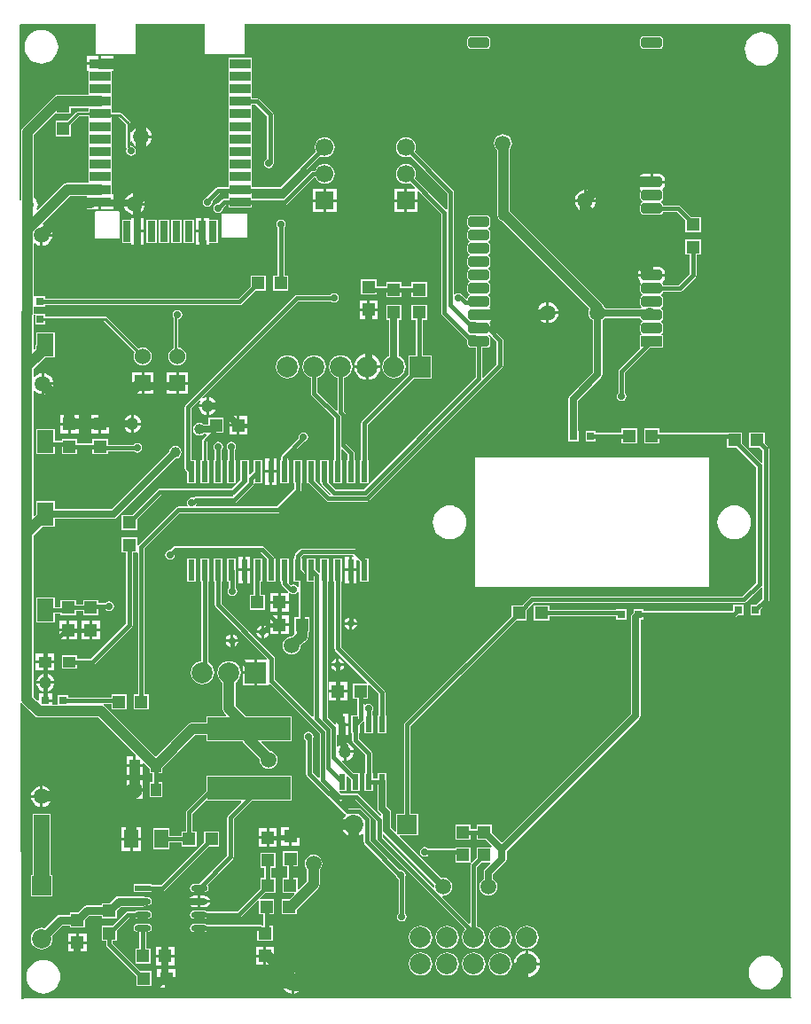
<source format=gtl>
%FSLAX25Y25*%
%MOIN*%
G70*
G01*
G75*
G04 Layer_Physical_Order=1*
G04 Layer_Color=255*
%ADD10R,0.04921X0.04921*%
%ADD11R,0.03150X0.03150*%
%ADD12R,0.31496X0.08661*%
%ADD13R,0.06299X0.08583*%
%ADD14R,0.02362X0.07874*%
%ADD15R,0.04921X0.04921*%
%ADD16R,0.02362X0.05906*%
%ADD17R,0.04921X0.04331*%
%ADD18R,0.03150X0.03150*%
%ADD19R,0.07874X0.03937*%
G04:AMPARAMS|DCode=20|XSize=78.74mil|YSize=39.37mil|CornerRadius=9.84mil|HoleSize=0mil|Usage=FLASHONLY|Rotation=0.000|XOffset=0mil|YOffset=0mil|HoleType=Round|Shape=RoundedRectangle|*
%AMROUNDEDRECTD20*
21,1,0.07874,0.01969,0,0,0.0*
21,1,0.05906,0.03937,0,0,0.0*
1,1,0.01969,0.02953,-0.00984*
1,1,0.01969,-0.02953,-0.00984*
1,1,0.01969,-0.02953,0.00984*
1,1,0.01969,0.02953,0.00984*
%
%ADD20ROUNDEDRECTD20*%
%ADD21R,0.07874X0.03543*%
%ADD22R,0.02756X0.07874*%
%ADD23R,0.03150X0.07874*%
%ADD24R,0.05276X0.07087*%
%ADD25R,0.03937X0.04921*%
%ADD26R,0.06102X0.02362*%
%ADD27O,0.06102X0.02362*%
%ADD28C,0.03937*%
%ADD29C,0.01575*%
%ADD30C,0.01000*%
%ADD31C,0.05906*%
%ADD32C,0.02362*%
%ADD33C,0.03150*%
%ADD34C,0.02756*%
%ADD35C,0.06000*%
%ADD36R,0.06000X0.06000*%
%ADD37R,0.07284X0.07284*%
%ADD38C,0.07284*%
%ADD39R,0.07284X0.07284*%
%ADD40C,0.07874*%
%ADD41C,0.06693*%
%ADD42R,0.06693X0.06693*%
%ADD43R,0.07874X0.07874*%
%ADD44C,0.05906*%
%ADD45R,0.05906X0.05906*%
%ADD46C,0.04724*%
%ADD47C,0.02756*%
%ADD48C,0.03937*%
%ADD49C,0.04331*%
G36*
X290158Y366142D02*
Y787D01*
X290483Y462D01*
X290292Y0D01*
X1575D01*
X1248Y-327D01*
X786Y-136D01*
X548Y111012D01*
X1026Y111157D01*
X1179Y110929D01*
X5641Y106466D01*
X5641Y106466D01*
X5641D01*
X5641Y106466D01*
X5641D01*
X5641Y106466D01*
Y106466D01*
Y106466D01*
D01*
D01*
X5641D01*
Y106466D01*
X6423Y105944D01*
X7344Y105761D01*
X29707D01*
X43939Y91529D01*
X43894Y91419D01*
Y88106D01*
X46362D01*
Y88452D01*
X46824Y88644D01*
X48906Y86562D01*
Y84752D01*
X50064D01*
Y81461D01*
X48906D01*
Y75752D01*
X53630D01*
Y81461D01*
X52472D01*
Y84752D01*
X53630D01*
Y86562D01*
X66206Y99139D01*
X70252D01*
Y96823D01*
X84113D01*
X84169Y96543D01*
X84691Y95762D01*
X90468Y89985D01*
X90451Y89862D01*
X90566Y88989D01*
X90904Y88174D01*
X91440Y87476D01*
X92139Y86939D01*
X92953Y86602D01*
X93827Y86487D01*
X94700Y86602D01*
X95514Y86939D01*
X96214Y87476D01*
X96750Y88174D01*
X97087Y88989D01*
X97202Y89862D01*
X97087Y90736D01*
X96750Y91550D01*
X96214Y92249D01*
X95514Y92785D01*
X94700Y93123D01*
X94057Y93207D01*
X90904Y96361D01*
X91095Y96823D01*
X102535D01*
Y106272D01*
X85075D01*
X81302Y110045D01*
Y118996D01*
X81982Y119518D01*
X82677Y120422D01*
X83113Y121476D01*
X83262Y122606D01*
X83113Y123737D01*
X82677Y124790D01*
X81982Y125695D01*
X81078Y126389D01*
X80024Y126825D01*
X78894Y126974D01*
X77763Y126825D01*
X76710Y126389D01*
X75805Y125695D01*
X75111Y124790D01*
X74674Y123737D01*
X74526Y122606D01*
X74674Y121476D01*
X75111Y120422D01*
X75805Y119518D01*
X76485Y118996D01*
Y109047D01*
X76485Y109047D01*
X76485D01*
X76669Y108125D01*
X77191Y107344D01*
X77801Y106734D01*
X77610Y106272D01*
X70252D01*
Y103956D01*
X65209D01*
X64287Y103772D01*
X63974Y103563D01*
X63506Y103250D01*
X51518Y91262D01*
X51018D01*
X32408Y109872D01*
X31626Y110394D01*
X31576Y110405D01*
X31625Y110902D01*
X34575D01*
Y108752D01*
X40284D01*
Y114461D01*
X34575D01*
Y113311D01*
X18362D01*
Y114075D01*
X14425D01*
Y110578D01*
X12472D01*
Y111606D01*
X9898D01*
Y112106D01*
X9398D01*
Y114681D01*
X7323D01*
Y112250D01*
X6861Y112059D01*
X5290Y113629D01*
Y174317D01*
X8615Y177642D01*
X13437D01*
Y180520D01*
X35476D01*
X36168Y180658D01*
X36754Y181050D01*
X58844Y203140D01*
X59583Y203287D01*
X60365Y203809D01*
X60887Y204590D01*
X61070Y205512D01*
X60887Y206434D01*
X60365Y207215D01*
X59583Y207737D01*
X58661Y207920D01*
X57740Y207737D01*
X56958Y207215D01*
X56436Y206434D01*
X56289Y205694D01*
X34728Y184133D01*
X13437D01*
Y187012D01*
X6350D01*
Y182190D01*
X5752Y181591D01*
X5290Y181783D01*
Y228487D01*
X5764Y228648D01*
X5968Y228382D01*
X6794Y227748D01*
X7756Y227350D01*
X8287Y227280D01*
Y231201D01*
Y235122D01*
X7756Y235052D01*
X6794Y234653D01*
X5968Y234020D01*
X5764Y233753D01*
X5290Y233914D01*
Y236798D01*
X9634Y241142D01*
X13437D01*
Y250512D01*
X6350D01*
Y246021D01*
X6168Y245748D01*
X5985Y244827D01*
Y244425D01*
X5570Y244147D01*
X5290Y244263D01*
Y256735D01*
X5304Y256755D01*
X5428Y257378D01*
X5901Y257331D01*
D01*
D01*
X5901Y257331D01*
D01*
X5901D01*
X5925Y257329D01*
Y253642D01*
X9862D01*
Y254699D01*
X31902D01*
X43463Y243138D01*
X43150Y242382D01*
X43034Y241496D01*
X43150Y240610D01*
X43492Y239785D01*
X44036Y239076D01*
X44745Y238532D01*
X45571Y238190D01*
X46457Y238073D01*
X47343Y238190D01*
X48168Y238532D01*
X48877Y239076D01*
X49421Y239785D01*
X49763Y240610D01*
X49880Y241496D01*
X49763Y242382D01*
X49421Y243208D01*
X48877Y243917D01*
X48168Y244460D01*
X47343Y244802D01*
X46457Y244919D01*
X45571Y244802D01*
X44745Y244460D01*
X44730Y244449D01*
X32924Y256255D01*
X32628Y256452D01*
X32280Y256522D01*
X9862D01*
Y257579D01*
X5950D01*
Y257579D01*
X5925D01*
Y257579D01*
X5925D01*
D01*
D01*
X5496Y257664D01*
X5487Y257677D01*
Y260138D01*
X5925D01*
Y260138D01*
X9862D01*
Y260902D01*
X82894D01*
X82894Y260902D01*
X83355Y260994D01*
X83745Y261255D01*
X88742Y266252D01*
X92748D01*
Y271961D01*
X87039D01*
Y267955D01*
X82395Y263311D01*
X9862D01*
Y264075D01*
X5925D01*
Y264075D01*
X5841D01*
X5487Y264428D01*
Y283789D01*
X5936Y284010D01*
X6400Y283654D01*
X7362Y283255D01*
X7894Y283185D01*
Y287106D01*
X8394D01*
Y287606D01*
X12315D01*
X12245Y288138D01*
X11846Y289100D01*
X11213Y289925D01*
X10387Y290559D01*
X9426Y290957D01*
X8845Y291034D01*
X8684Y291507D01*
X19099Y301922D01*
X25378D01*
Y300106D01*
X35252D01*
Y302378D01*
X34646D01*
Y306496D01*
D01*
Y306496D01*
X34646Y306496D01*
Y306890D01*
X34646D01*
Y311220D01*
D01*
Y311220D01*
X34646Y311220D01*
Y311614D01*
X34646D01*
Y315945D01*
D01*
Y315945D01*
X34646Y315945D01*
Y316339D01*
X34646D01*
Y320669D01*
D01*
Y320669D01*
X34646Y320669D01*
Y321063D01*
X34646D01*
Y325394D01*
D01*
Y325394D01*
X34646Y325394D01*
Y325787D01*
X34646D01*
Y330118D01*
D01*
Y330118D01*
X34646Y330118D01*
Y330512D01*
X34646D01*
Y331372D01*
X37418D01*
X40034Y328756D01*
Y320472D01*
X40034Y320472D01*
X40034D01*
X40103Y320124D01*
X40301Y319828D01*
X40483Y319645D01*
X40304Y319376D01*
X40166Y318685D01*
X40304Y317994D01*
X40695Y317408D01*
X41281Y317016D01*
X41972Y316879D01*
X42664Y317016D01*
X43250Y317408D01*
X43641Y317994D01*
X43779Y318685D01*
X43641Y319376D01*
X43250Y319962D01*
X42664Y320354D01*
X42275Y320431D01*
X41856Y320850D01*
Y322243D01*
X42347Y322341D01*
X42441Y322113D01*
X43075Y321287D01*
X43900Y320654D01*
X44862Y320255D01*
X45394Y320185D01*
Y324106D01*
Y328027D01*
X44862Y327957D01*
X43900Y327559D01*
X43075Y326925D01*
X42441Y326100D01*
X42347Y325872D01*
X41856Y325969D01*
Y329134D01*
X41856Y329134D01*
X41856Y329134D01*
X41787Y329483D01*
X41720Y329582D01*
X41720Y329582D01*
X41589Y329778D01*
Y329778D01*
X41589Y329778D01*
X38440Y332928D01*
X38144Y333125D01*
X37795Y333195D01*
X34646D01*
Y334842D01*
D01*
Y334842D01*
X34646Y334842D01*
Y335236D01*
X34646D01*
Y339567D01*
D01*
Y339567D01*
X34646Y339567D01*
Y339961D01*
X34646D01*
Y344291D01*
D01*
Y344291D01*
X34646Y344291D01*
Y344685D01*
X34646D01*
Y348803D01*
X35252D01*
Y351075D01*
X25378D01*
Y348803D01*
X25984D01*
Y344685D01*
X25984Y344685D01*
X25984Y344291D01*
X25984D01*
Y340164D01*
X25984Y340164D01*
X25984D01*
X25984Y339961D01*
X25834Y339810D01*
X15160D01*
X14665Y339909D01*
X13744Y339725D01*
X12962Y339203D01*
X1376Y327616D01*
X854Y326835D01*
X670Y325913D01*
Y300542D01*
X255Y300264D01*
X142Y300311D01*
X1Y366181D01*
X354Y366535D01*
X28708D01*
Y355512D01*
X28833Y355210D01*
X29134Y355086D01*
X43307D01*
X43608Y355210D01*
X43733Y355512D01*
Y366535D01*
X69653D01*
Y355512D01*
X69777Y355210D01*
X70079Y355086D01*
X84252D01*
X84553Y355210D01*
X84678Y355512D01*
Y366535D01*
X289764D01*
X290158Y366142D01*
D02*
G37*
G36*
X25984Y334993D02*
Y334842D01*
X25984Y334640D01*
X25984Y334640D01*
X25984D01*
Y333588D01*
X22047D01*
X21699Y333519D01*
X21403Y333321D01*
X18101Y330020D01*
X13681D01*
Y324311D01*
X19390D01*
Y328731D01*
X22425Y331766D01*
X25984D01*
Y330512D01*
X25984Y330512D01*
X25984Y330118D01*
X25984D01*
Y325787D01*
X25984Y325787D01*
X25984Y325394D01*
X25984D01*
Y321063D01*
X25984Y321063D01*
X25984Y320669D01*
X25984D01*
Y316339D01*
X25984Y316339D01*
X25984Y315945D01*
X25984D01*
Y311614D01*
X25984Y311614D01*
X25984Y311220D01*
X25984D01*
Y307093D01*
X25984Y307093D01*
X25984D01*
X25984Y306890D01*
X25834Y306739D01*
X18102D01*
X17180Y306556D01*
X16399Y306034D01*
X6923Y296558D01*
X6507Y296836D01*
X6804Y297552D01*
X6919Y298425D01*
X6804Y299299D01*
X6466Y300113D01*
X5930Y300812D01*
X5487Y301152D01*
Y324916D01*
X13445Y332873D01*
X13681Y332776D01*
Y332776D01*
X13681Y332776D01*
X19390D01*
Y334993D01*
X25984D01*
Y334993D01*
D02*
G37*
%LPC*%
G36*
X88394Y122106D02*
X83957D01*
Y117669D01*
X88394D01*
Y122106D01*
D02*
G37*
G36*
X71287Y165579D02*
X68138D01*
Y156917D01*
X68508D01*
Y126924D01*
X67763Y126825D01*
X66710Y126389D01*
X65805Y125695D01*
X65111Y124790D01*
X64675Y123737D01*
X64526Y122606D01*
X64675Y121476D01*
X65111Y120422D01*
X65805Y119518D01*
X66710Y118823D01*
X67763Y118387D01*
X68894Y118238D01*
X70024Y118387D01*
X71078Y118823D01*
X71982Y119518D01*
X72677Y120422D01*
X73113Y121476D01*
X73262Y122606D01*
X73113Y123737D01*
X72677Y124790D01*
X71982Y125695D01*
X71078Y126389D01*
X70917Y126456D01*
Y156917D01*
X71287D01*
Y165579D01*
D02*
G37*
G36*
X9342Y122223D02*
X8965Y122173D01*
X8147Y121835D01*
X7445Y121296D01*
X6906Y120593D01*
X6567Y119775D01*
X6517Y119398D01*
X9342D01*
Y122223D01*
D02*
G37*
G36*
X123354Y119067D02*
X120394D01*
Y116106D01*
X123354D01*
Y119067D01*
D02*
G37*
G36*
X9342Y118398D02*
X6517D01*
X6567Y118020D01*
X6906Y117202D01*
X7445Y116500D01*
X8147Y115961D01*
X8965Y115622D01*
X9342Y115572D01*
Y118398D01*
D02*
G37*
G36*
X13168D02*
X10343D01*
Y115572D01*
X10720Y115622D01*
X11538Y115961D01*
X12241Y116500D01*
X12779Y117202D01*
X13118Y118020D01*
X13168Y118398D01*
D02*
G37*
G36*
X119394Y119067D02*
X116433D01*
Y116106D01*
X119394D01*
Y119067D01*
D02*
G37*
G36*
X10343Y122223D02*
Y119398D01*
X13168D01*
X13118Y119775D01*
X12779Y120593D01*
X12241Y121296D01*
X11538Y121835D01*
X10720Y122173D01*
X10343Y122223D01*
D02*
G37*
G36*
X9142Y126106D02*
X6181D01*
Y123441D01*
X9142D01*
Y126106D01*
D02*
G37*
G36*
X13102D02*
X10142D01*
Y123441D01*
X13102D01*
Y126106D01*
D02*
G37*
G36*
X119185Y127916D02*
X118757Y127831D01*
X117971Y127305D01*
X117445Y126518D01*
X117360Y126091D01*
X119185D01*
Y127916D01*
D02*
G37*
G36*
X122010Y125091D02*
X120185D01*
Y123266D01*
X120613Y123351D01*
X121399Y123876D01*
X121925Y124663D01*
X122010Y125091D01*
D02*
G37*
G36*
X120185Y127916D02*
Y126091D01*
X122010D01*
X121925Y126518D01*
X121399Y127305D01*
X120613Y127831D01*
X120185Y127916D01*
D02*
G37*
G36*
X88394Y127543D02*
X83957D01*
Y123106D01*
X88394D01*
Y127543D01*
D02*
G37*
G36*
X119185Y125091D02*
X117360D01*
X117445Y124663D01*
X117971Y123876D01*
X118757Y123351D01*
X119185Y123266D01*
Y125091D01*
D02*
G37*
G36*
X46362Y82067D02*
X43894D01*
Y79106D01*
X46362D01*
Y82067D01*
D02*
G37*
G36*
X42894Y87106D02*
X40425D01*
Y84146D01*
X42894D01*
Y87106D01*
D02*
G37*
G36*
X46362D02*
X43894D01*
Y84146D01*
X46362D01*
Y87106D01*
D02*
G37*
G36*
X42894Y82067D02*
X40425D01*
Y79106D01*
X42894D01*
Y82067D01*
D02*
G37*
G36*
X46362Y78106D02*
X43894D01*
Y75146D01*
X46362D01*
Y78106D01*
D02*
G37*
G36*
X7894Y80027D02*
X7362Y79957D01*
X6400Y79559D01*
X5575Y78925D01*
X4941Y78100D01*
X4543Y77138D01*
X4473Y76606D01*
X7894D01*
Y80027D01*
D02*
G37*
G36*
X8894D02*
Y76606D01*
X12315D01*
X12245Y77138D01*
X11846Y78100D01*
X11213Y78925D01*
X10387Y79559D01*
X9426Y79957D01*
X8894Y80027D01*
D02*
G37*
G36*
X42894Y91067D02*
X40425D01*
Y88106D01*
X42894D01*
Y91067D01*
D02*
G37*
G36*
X119394Y115106D02*
X116433D01*
Y112146D01*
X119394D01*
Y115106D01*
D02*
G37*
G36*
X123354D02*
X120394D01*
Y112146D01*
X123354D01*
Y115106D01*
D02*
G37*
G36*
X12472Y114681D02*
X10398D01*
Y112606D01*
X12472D01*
Y114681D01*
D02*
G37*
G36*
X123575Y107059D02*
X121894D01*
Y103606D01*
X123575D01*
Y107059D01*
D02*
G37*
G36*
X125766Y92413D02*
X122941D01*
Y89588D01*
X123319Y89638D01*
X124136Y89977D01*
X124839Y90515D01*
X125378Y91218D01*
X125717Y92036D01*
X125766Y92413D01*
D02*
G37*
G36*
X122941Y96239D02*
Y93413D01*
X125766D01*
X125717Y93791D01*
X125378Y94609D01*
X124839Y95311D01*
X124136Y95850D01*
X123319Y96189D01*
X122941Y96239D01*
D02*
G37*
G36*
X123575Y102606D02*
X121894D01*
Y99154D01*
X123575D01*
Y102606D01*
D02*
G37*
G36*
X9142Y129772D02*
X6181D01*
Y127106D01*
X9142D01*
Y129772D01*
D02*
G37*
G36*
X26394Y142067D02*
X23433D01*
Y139106D01*
X26394D01*
Y142067D01*
D02*
G37*
G36*
X30354D02*
X27394D01*
Y139106D01*
X30354D01*
Y142067D01*
D02*
G37*
G36*
X97394Y144067D02*
X94433D01*
Y141106D01*
X97394D01*
Y144067D01*
D02*
G37*
G36*
X21854Y142067D02*
X18894D01*
Y139106D01*
X21854D01*
Y142067D01*
D02*
G37*
G36*
X124094Y140571D02*
X122269D01*
X122354Y140143D01*
X122880Y139357D01*
X123667Y138831D01*
X124094Y138746D01*
Y140571D01*
D02*
G37*
G36*
X126920D02*
X125094D01*
Y138746D01*
X125522Y138831D01*
X126309Y139357D01*
X126834Y140143D01*
X126920Y140571D01*
D02*
G37*
G36*
X17894Y142067D02*
X14933D01*
Y139106D01*
X17894D01*
Y142067D01*
D02*
G37*
G36*
X101354Y144067D02*
X98394D01*
Y141106D01*
X101354D01*
Y144067D01*
D02*
G37*
G36*
Y148606D02*
X98394D01*
Y145646D01*
X101354D01*
Y148606D01*
D02*
G37*
G36*
X13437Y150791D02*
X6350D01*
Y141421D01*
X13437D01*
Y144902D01*
X15539D01*
Y144217D01*
X21248D01*
Y145867D01*
X24039D01*
Y144217D01*
X29748D01*
Y146426D01*
X32465D01*
X32514Y146353D01*
X33100Y145961D01*
X33791Y145824D01*
X34483Y145961D01*
X35069Y146353D01*
X35460Y146939D01*
X35598Y147630D01*
X35460Y148321D01*
X35069Y148907D01*
X34483Y149299D01*
X33791Y149436D01*
X33100Y149299D01*
X32514Y148907D01*
X32465Y148834D01*
X29748D01*
Y149925D01*
X24039D01*
Y148275D01*
X21248D01*
Y149925D01*
X15539D01*
Y147310D01*
X13437D01*
Y150791D01*
D02*
G37*
G36*
X91287Y165579D02*
X88138D01*
Y156917D01*
X88225D01*
Y151961D01*
X86575D01*
Y146252D01*
X92283D01*
Y151961D01*
X90633D01*
Y156917D01*
X91287D01*
Y165579D01*
D02*
G37*
G36*
X97394Y148606D02*
X94433D01*
Y145646D01*
X97394D01*
Y148606D01*
D02*
G37*
G36*
X124094Y143396D02*
X123667Y143311D01*
X122880Y142785D01*
X122354Y141999D01*
X122269Y141571D01*
X124094D01*
Y143396D01*
D02*
G37*
G36*
X125094D02*
Y141571D01*
X126920D01*
X126834Y141999D01*
X126309Y142785D01*
X125522Y143311D01*
X125094Y143396D01*
D02*
G37*
G36*
X199248Y147961D02*
X193539D01*
Y142252D01*
X199248D01*
Y143902D01*
X224429D01*
Y142638D01*
X228366D01*
Y146575D01*
X224429D01*
Y146310D01*
X199248D01*
Y147961D01*
D02*
G37*
G36*
X21854Y138106D02*
X18894D01*
Y135146D01*
X21854D01*
Y138106D01*
D02*
G37*
G36*
X26394D02*
X23433D01*
Y135146D01*
X26394D01*
Y138106D01*
D02*
G37*
G36*
X30354D02*
X27394D01*
Y135146D01*
X30354D01*
Y138106D01*
D02*
G37*
G36*
X17894D02*
X14933D01*
Y135146D01*
X17894D01*
Y138106D01*
D02*
G37*
G36*
X13102Y129772D02*
X10142D01*
Y127106D01*
X13102D01*
Y129772D01*
D02*
G37*
G36*
X79421Y134146D02*
X77596D01*
X77681Y133718D01*
X78207Y132931D01*
X78993Y132406D01*
X79421Y132321D01*
Y134146D01*
D02*
G37*
G36*
X82246D02*
X80421D01*
Y132321D01*
X80849Y132406D01*
X81636Y132931D01*
X82161Y133718D01*
X82246Y134146D01*
D02*
G37*
G36*
X79421Y136971D02*
X78993Y136886D01*
X78207Y136360D01*
X77681Y135573D01*
X77596Y135146D01*
X79421D01*
Y136971D01*
D02*
G37*
G36*
X101354Y140106D02*
X98394D01*
Y137146D01*
X101354D01*
Y140106D01*
D02*
G37*
G36*
X91024Y140246D02*
X90596Y140161D01*
X89809Y139636D01*
X89284Y138849D01*
X89198Y138421D01*
X91024D01*
Y140246D01*
D02*
G37*
G36*
X92024D02*
Y138421D01*
X93849D01*
X93764Y138849D01*
X93238Y139636D01*
X92451Y140161D01*
X92024Y140246D01*
D02*
G37*
G36*
X97394Y140106D02*
X94433D01*
Y138034D01*
X94361Y138027D01*
Y137816D01*
X94433Y137809D01*
Y137146D01*
X97394D01*
Y140106D01*
D02*
G37*
G36*
X80421Y136971D02*
Y135146D01*
X82246D01*
X82161Y135573D01*
X81636Y136360D01*
X80849Y136886D01*
X80421Y136971D01*
D02*
G37*
G36*
X91024Y137421D02*
X89198D01*
X89284Y136993D01*
X89809Y136207D01*
X90596Y135681D01*
X91024Y135596D01*
Y137421D01*
D02*
G37*
G36*
X93849D02*
X92024D01*
Y135596D01*
X92451Y135681D01*
X93238Y136207D01*
X93764Y136993D01*
X93849Y137421D01*
D02*
G37*
G36*
X42894Y78106D02*
X40425D01*
Y75146D01*
X42894D01*
Y78106D01*
D02*
G37*
G36*
X95854Y15642D02*
X92894D01*
Y12681D01*
X95854D01*
Y15642D01*
D02*
G37*
G36*
X48264Y28212D02*
X44524D01*
X43909Y28090D01*
X43388Y27742D01*
X43040Y27221D01*
X42918Y26606D01*
X43040Y25992D01*
X43388Y25471D01*
X43909Y25123D01*
X44524Y25001D01*
X45225D01*
Y18961D01*
X43575D01*
Y13252D01*
X49283D01*
Y18961D01*
X47633D01*
Y25001D01*
X48264D01*
X48878Y25123D01*
X49399Y25471D01*
X49747Y25992D01*
X49869Y26606D01*
X49747Y27221D01*
X49399Y27742D01*
X48878Y28090D01*
X48264Y28212D01*
D02*
G37*
G36*
X190394Y18020D02*
X189605Y17916D01*
X188404Y17419D01*
X187373Y16627D01*
X186581Y15596D01*
X186084Y14395D01*
X185980Y13606D01*
X190394D01*
Y18020D01*
D02*
G37*
G36*
X91894Y15642D02*
X88933D01*
Y12681D01*
X91894D01*
Y15642D01*
D02*
G37*
G36*
X180894Y17474D02*
X179763Y17325D01*
X178710Y16889D01*
X177805Y16195D01*
X177111Y15290D01*
X176674Y14237D01*
X176526Y13106D01*
X176674Y11976D01*
X177111Y10922D01*
X177805Y10018D01*
X178710Y9323D01*
X179763Y8887D01*
X180894Y8738D01*
X182024Y8887D01*
X183078Y9323D01*
X183982Y10018D01*
X184677Y10922D01*
X185113Y11976D01*
X185262Y13106D01*
X185113Y14237D01*
X184677Y15290D01*
X183982Y16195D01*
X183078Y16889D01*
X182024Y17325D01*
X180894Y17474D01*
D02*
G37*
G36*
X54394Y15606D02*
X51433D01*
Y12646D01*
X54394D01*
Y15606D01*
D02*
G37*
G36*
X58354D02*
X55394D01*
Y12646D01*
X58354D01*
Y15606D01*
D02*
G37*
G36*
X191394Y18020D02*
Y13606D01*
X195808D01*
X195704Y14395D01*
X195206Y15596D01*
X194415Y16627D01*
X193384Y17419D01*
X192183Y17916D01*
X191394Y18020D01*
D02*
G37*
G36*
X21394Y20642D02*
X18433D01*
Y17681D01*
X21394D01*
Y20642D01*
D02*
G37*
G36*
X25354D02*
X22394D01*
Y17681D01*
X25354D01*
Y20642D01*
D02*
G37*
G36*
X150894Y27474D02*
X149763Y27325D01*
X148710Y26889D01*
X147805Y26195D01*
X147111Y25290D01*
X146675Y24237D01*
X146526Y23106D01*
X146675Y21976D01*
X147111Y20922D01*
X147805Y20018D01*
X148710Y19323D01*
X149763Y18887D01*
X150894Y18738D01*
X152024Y18887D01*
X153078Y19323D01*
X153982Y20018D01*
X154677Y20922D01*
X155113Y21976D01*
X155262Y23106D01*
X155113Y24237D01*
X154677Y25290D01*
X153982Y26195D01*
X153078Y26889D01*
X152024Y27325D01*
X150894Y27474D01*
D02*
G37*
G36*
X95854Y19602D02*
X92894D01*
Y16642D01*
X95854D01*
Y19602D01*
D02*
G37*
G36*
X54394Y19567D02*
X51433D01*
Y16606D01*
X54394D01*
Y19567D01*
D02*
G37*
G36*
X58354D02*
X55394D01*
Y16606D01*
X58354D01*
Y19567D01*
D02*
G37*
G36*
X91894Y19602D02*
X88933D01*
Y16642D01*
X91894D01*
Y19602D01*
D02*
G37*
G36*
X54858Y7106D02*
X51898D01*
Y4146D01*
X54858D01*
Y7106D01*
D02*
G37*
G36*
X58819D02*
X55858D01*
Y4146D01*
X58819D01*
Y7106D01*
D02*
G37*
G36*
X102256Y9826D02*
X101724Y9757D01*
X100762Y9358D01*
X99937Y8725D01*
X99303Y7899D01*
X98905Y6937D01*
X98835Y6406D01*
X102256D01*
Y9826D01*
D02*
G37*
G36*
X280709Y16172D02*
X279474Y16051D01*
X278286Y15690D01*
X277192Y15105D01*
X276233Y14318D01*
X275446Y13359D01*
X274861Y12265D01*
X274501Y11077D01*
X274379Y9843D01*
X274501Y8608D01*
X274861Y7420D01*
X275446Y6326D01*
X276233Y5367D01*
X277192Y4580D01*
X278286Y3995D01*
X279474Y3634D01*
X280709Y3513D01*
X281943Y3634D01*
X283131Y3995D01*
X284225Y4580D01*
X285184Y5367D01*
X285972Y6326D01*
X286557Y7420D01*
X286917Y8608D01*
X287038Y9843D01*
X286917Y11077D01*
X286557Y12265D01*
X285972Y13359D01*
X285184Y14318D01*
X284225Y15105D01*
X283131Y15690D01*
X281943Y16051D01*
X280709Y16172D01*
D02*
G37*
G36*
X9055Y14597D02*
X7820Y14476D01*
X6633Y14116D01*
X5539Y13531D01*
X4579Y12743D01*
X3792Y11784D01*
X3207Y10690D01*
X2847Y9503D01*
X2725Y8268D01*
X2847Y7033D01*
X3207Y5845D01*
X3792Y4751D01*
X4579Y3792D01*
X5539Y3005D01*
X6633Y2420D01*
X7820Y2060D01*
X9055Y1938D01*
X10290Y2060D01*
X11477Y2420D01*
X12572Y3005D01*
X13531Y3792D01*
X14318Y4751D01*
X14903Y5845D01*
X15263Y7033D01*
X15385Y8268D01*
X15263Y9503D01*
X14903Y10690D01*
X14318Y11784D01*
X13531Y12743D01*
X12572Y13531D01*
X11477Y14116D01*
X10290Y14476D01*
X9055Y14597D01*
D02*
G37*
G36*
X102256Y5406D02*
X98835D01*
X98905Y4874D01*
X99303Y3912D01*
X99937Y3086D01*
X100762Y2453D01*
X101724Y2055D01*
X102256Y1984D01*
Y5406D01*
D02*
G37*
G36*
X106677D02*
X103256D01*
Y1984D01*
X103788Y2055D01*
X104749Y2453D01*
X105575Y3086D01*
X106209Y3912D01*
X106607Y4874D01*
X106677Y5406D01*
D02*
G37*
G36*
X103256Y9826D02*
Y6406D01*
X106677D01*
X106607Y6937D01*
X106209Y7899D01*
X105575Y8725D01*
X104749Y9358D01*
X103788Y9757D01*
X103256Y9826D01*
D02*
G37*
G36*
X150894Y17474D02*
X149763Y17325D01*
X148710Y16889D01*
X147805Y16195D01*
X147111Y15290D01*
X146675Y14237D01*
X146526Y13106D01*
X146675Y11976D01*
X147111Y10922D01*
X147805Y10018D01*
X148710Y9323D01*
X149763Y8887D01*
X150894Y8738D01*
X152024Y8887D01*
X153078Y9323D01*
X153982Y10018D01*
X154677Y10922D01*
X155113Y11976D01*
X155262Y13106D01*
X155113Y14237D01*
X154677Y15290D01*
X153982Y16195D01*
X153078Y16889D01*
X152024Y17325D01*
X150894Y17474D01*
D02*
G37*
G36*
X160894D02*
X159763Y17325D01*
X158710Y16889D01*
X157805Y16195D01*
X157111Y15290D01*
X156675Y14237D01*
X156526Y13106D01*
X156675Y11976D01*
X157111Y10922D01*
X157805Y10018D01*
X158710Y9323D01*
X159763Y8887D01*
X160894Y8738D01*
X162024Y8887D01*
X163078Y9323D01*
X163982Y10018D01*
X164677Y10922D01*
X165113Y11976D01*
X165262Y13106D01*
X165113Y14237D01*
X164677Y15290D01*
X163982Y16195D01*
X163078Y16889D01*
X162024Y17325D01*
X160894Y17474D01*
D02*
G37*
G36*
X170894D02*
X169763Y17325D01*
X168710Y16889D01*
X167805Y16195D01*
X167111Y15290D01*
X166674Y14237D01*
X166526Y13106D01*
X166674Y11976D01*
X167111Y10922D01*
X167805Y10018D01*
X168710Y9323D01*
X169763Y8887D01*
X170894Y8738D01*
X172024Y8887D01*
X173078Y9323D01*
X173982Y10018D01*
X174677Y10922D01*
X175113Y11976D01*
X175262Y13106D01*
X175113Y14237D01*
X174677Y15290D01*
X173982Y16195D01*
X173078Y16889D01*
X172024Y17325D01*
X170894Y17474D01*
D02*
G37*
G36*
X195808Y12606D02*
X191394D01*
Y8192D01*
X192183Y8296D01*
X193384Y8794D01*
X194415Y9585D01*
X195206Y10616D01*
X195704Y11817D01*
X195808Y12606D01*
D02*
G37*
G36*
X54858Y11067D02*
X51898D01*
Y8106D01*
X54858D01*
Y11067D01*
D02*
G37*
G36*
X58819D02*
X55858D01*
Y8106D01*
X58819D01*
Y11067D01*
D02*
G37*
G36*
X190394Y12606D02*
X185980D01*
X186084Y11817D01*
X186581Y10616D01*
X187373Y9585D01*
X188404Y8794D01*
X189605Y8296D01*
X190394Y8192D01*
Y12606D01*
D02*
G37*
G36*
X160894Y27474D02*
X159763Y27325D01*
X158710Y26889D01*
X157805Y26195D01*
X157111Y25290D01*
X156675Y24237D01*
X156526Y23106D01*
X156675Y21976D01*
X157111Y20922D01*
X157805Y20018D01*
X158710Y19323D01*
X159763Y18887D01*
X160894Y18738D01*
X162024Y18887D01*
X163078Y19323D01*
X163982Y20018D01*
X164677Y20922D01*
X165113Y21976D01*
X165262Y23106D01*
X165113Y24237D01*
X164677Y25290D01*
X163982Y26195D01*
X163078Y26889D01*
X162024Y27325D01*
X160894Y27474D01*
D02*
G37*
G36*
X101429Y60606D02*
X98469D01*
Y57646D01*
X101429D01*
Y60606D01*
D02*
G37*
G36*
X105390D02*
X102429D01*
Y57646D01*
X105390D01*
Y60606D01*
D02*
G37*
G36*
X41634Y64650D02*
X38496D01*
Y60606D01*
X41634D01*
Y64650D01*
D02*
G37*
G36*
X96890Y60106D02*
X93929D01*
Y57146D01*
X96890D01*
Y60106D01*
D02*
G37*
G36*
X41634Y59606D02*
X38496D01*
Y55563D01*
X41634D01*
Y59606D01*
D02*
G37*
G36*
X45772D02*
X42634D01*
Y55563D01*
X45772D01*
Y59606D01*
D02*
G37*
G36*
X92929Y60106D02*
X89969D01*
Y57146D01*
X92929D01*
Y60106D01*
D02*
G37*
G36*
X45772Y64650D02*
X42634D01*
Y60606D01*
X45772D01*
Y64650D01*
D02*
G37*
G36*
X105390Y64567D02*
X102429D01*
Y61606D01*
X105390D01*
Y64567D01*
D02*
G37*
G36*
X7894Y75606D02*
X4473D01*
X4543Y75074D01*
X4941Y74113D01*
X5575Y73287D01*
X6400Y72654D01*
X7362Y72255D01*
X7894Y72185D01*
Y75606D01*
D02*
G37*
G36*
X12315D02*
X8894D01*
Y72185D01*
X9426Y72255D01*
X10387Y72654D01*
X11213Y73287D01*
X11846Y74113D01*
X12245Y75074D01*
X12315Y75606D01*
D02*
G37*
G36*
X101429Y64567D02*
X98469D01*
Y61606D01*
X101429D01*
Y64567D01*
D02*
G37*
G36*
X125394Y65106D02*
X121278D01*
X121371Y64395D01*
X121839Y63265D01*
X122583Y62296D01*
X123553Y61552D01*
X124682Y61084D01*
X125394Y60990D01*
Y65106D01*
D02*
G37*
G36*
X92929Y64067D02*
X89969D01*
Y61106D01*
X92929D01*
Y64067D01*
D02*
G37*
G36*
X96890D02*
X93929D01*
Y61106D01*
X96890D01*
Y64067D01*
D02*
G37*
G36*
X96284Y54996D02*
X90575D01*
Y49287D01*
X92225D01*
Y45461D01*
X90575D01*
Y41455D01*
X81930Y32811D01*
X70556D01*
X70138Y33090D01*
X69524Y33212D01*
X65784D01*
X65169Y33090D01*
X64648Y32742D01*
X64300Y32221D01*
X64178Y31606D01*
X64300Y30992D01*
X64648Y30471D01*
X65169Y30123D01*
X65784Y30001D01*
X69524D01*
X70138Y30123D01*
X70556Y30402D01*
X82429D01*
X82429Y30402D01*
X82890Y30494D01*
X83281Y30755D01*
X89648Y37122D01*
X90110Y36931D01*
Y31752D01*
X91760D01*
Y27461D01*
X91241D01*
X90855Y27719D01*
X90394Y27811D01*
X90394Y27810D01*
X70556D01*
X70138Y28090D01*
X69524Y28212D01*
X65784D01*
X65169Y28090D01*
X64648Y27742D01*
X64300Y27221D01*
X64178Y26606D01*
X64300Y25992D01*
X64648Y25471D01*
X65169Y25123D01*
X65784Y25001D01*
X69524D01*
X70138Y25123D01*
X70556Y25402D01*
X89539D01*
Y21752D01*
X95248D01*
Y27461D01*
X94169D01*
Y31752D01*
X95819D01*
Y37461D01*
X90640D01*
X90448Y37923D01*
X92278Y39752D01*
X96284D01*
Y45461D01*
X94633D01*
Y49287D01*
X96284D01*
Y54996D01*
D02*
G37*
G36*
X46394Y38613D02*
X37394D01*
X36626Y38461D01*
X35974Y38026D01*
X33910Y35961D01*
X31039D01*
Y35113D01*
X25394D01*
X24626Y34961D01*
X23975Y34525D01*
X21910Y32461D01*
X19039D01*
Y31613D01*
X15394D01*
X14753Y31486D01*
X14626Y31461D01*
X13974Y31025D01*
X9475Y26526D01*
X9447Y26538D01*
X8394Y26676D01*
X7340Y26538D01*
X6359Y26131D01*
X5516Y25484D01*
X4869Y24641D01*
X4462Y23660D01*
X4323Y22606D01*
X4462Y21553D01*
X4869Y20571D01*
X5516Y19728D01*
X6359Y19081D01*
X7340Y18675D01*
X8394Y18536D01*
X9447Y18675D01*
X10429Y19081D01*
X11272Y19728D01*
X11919Y20571D01*
X12325Y21553D01*
X12464Y22606D01*
X12325Y23660D01*
X12314Y23688D01*
X16225Y27599D01*
X19039D01*
Y26752D01*
X24748D01*
Y29622D01*
X26225Y31099D01*
X31039D01*
Y30252D01*
X36748D01*
Y33122D01*
X38225Y34599D01*
X46394D01*
X47162Y34752D01*
X47534Y35001D01*
X48264D01*
X48878Y35123D01*
X49399Y35471D01*
X49747Y35992D01*
X49869Y36606D01*
X49747Y37221D01*
X49399Y37742D01*
X48878Y38090D01*
X48264Y38212D01*
X47534D01*
X47162Y38461D01*
X46394Y38613D01*
D02*
G37*
G36*
X104783Y55496D02*
X99075D01*
Y49787D01*
X100725D01*
Y45461D01*
X99039D01*
Y39752D01*
X103242D01*
X103433Y39290D01*
X101604Y37461D01*
X98575D01*
Y31752D01*
X104283D01*
Y33328D01*
X112333Y41378D01*
X112855Y42159D01*
X113038Y43081D01*
X113038Y43081D01*
X113038Y43081D01*
Y43081D01*
Y48429D01*
X113553Y49100D01*
X113890Y49914D01*
X114005Y50787D01*
X113890Y51661D01*
X113553Y52475D01*
X113017Y53174D01*
X112318Y53711D01*
X111504Y54048D01*
X110630Y54163D01*
X109756Y54048D01*
X108942Y53711D01*
X108243Y53174D01*
X107707Y52475D01*
X107370Y51661D01*
X107255Y50787D01*
X107370Y49914D01*
X107707Y49100D01*
X108221Y48429D01*
Y44078D01*
X105210Y41067D01*
X104748Y41258D01*
Y45461D01*
X103133D01*
Y49787D01*
X104783D01*
Y55496D01*
D02*
G37*
G36*
X25354Y24602D02*
X22394D01*
Y21642D01*
X25354D01*
Y24602D01*
D02*
G37*
G36*
X180894Y27474D02*
X179763Y27325D01*
X178710Y26889D01*
X177805Y26195D01*
X177111Y25290D01*
X176674Y24237D01*
X176526Y23106D01*
X176674Y21976D01*
X177111Y20922D01*
X177805Y20018D01*
X178710Y19323D01*
X179763Y18887D01*
X180894Y18738D01*
X182024Y18887D01*
X183078Y19323D01*
X183982Y20018D01*
X184677Y20922D01*
X185113Y21976D01*
X185262Y23106D01*
X185113Y24237D01*
X184677Y25290D01*
X183982Y26195D01*
X183078Y26889D01*
X182024Y27325D01*
X180894Y27474D01*
D02*
G37*
G36*
X190894D02*
X189763Y27325D01*
X188710Y26889D01*
X187805Y26195D01*
X187111Y25290D01*
X186674Y24237D01*
X186526Y23106D01*
X186674Y21976D01*
X187111Y20922D01*
X187805Y20018D01*
X188710Y19323D01*
X189763Y18887D01*
X190894Y18738D01*
X192024Y18887D01*
X193078Y19323D01*
X193982Y20018D01*
X194677Y20922D01*
X195113Y21976D01*
X195262Y23106D01*
X195113Y24237D01*
X194677Y25290D01*
X193982Y26195D01*
X193078Y26889D01*
X192024Y27325D01*
X190894Y27474D01*
D02*
G37*
G36*
X21394Y24602D02*
X18433D01*
Y21642D01*
X21394D01*
Y24602D01*
D02*
G37*
G36*
X48264Y33212D02*
X44524D01*
X43909Y33090D01*
X43491Y32811D01*
X40858D01*
X40858Y32811D01*
X40397Y32719D01*
X40007Y32458D01*
X35045Y27496D01*
X31039D01*
Y21787D01*
X32689D01*
Y20380D01*
X32689Y20380D01*
X32781Y19919D01*
X33042Y19528D01*
X44039Y8531D01*
Y4752D01*
X49748D01*
Y10461D01*
X45516D01*
X35098Y20879D01*
Y21787D01*
X36748D01*
Y25793D01*
X41357Y30402D01*
X43491D01*
X43909Y30123D01*
X44524Y30001D01*
X48264D01*
X48878Y30123D01*
X49399Y30471D01*
X49747Y30992D01*
X49869Y31606D01*
X49747Y32221D01*
X49399Y32742D01*
X48878Y33090D01*
X48264Y33212D01*
D02*
G37*
G36*
X8394Y69482D02*
X8174Y69453D01*
X5047D01*
Y66326D01*
X5018Y66106D01*
Y46642D01*
X4358D01*
Y38571D01*
X12429D01*
Y46642D01*
X11769D01*
Y66106D01*
X11740Y66326D01*
Y69453D01*
X8613D01*
X8394Y69482D01*
D02*
G37*
G36*
X102535Y83831D02*
X70252D01*
Y78168D01*
X63042Y70958D01*
X62781Y70567D01*
X62689Y70106D01*
X62690Y70106D01*
Y62961D01*
X61039D01*
Y61310D01*
X56425D01*
Y64043D01*
X50362D01*
Y56169D01*
X56425D01*
Y58902D01*
X61039D01*
Y57252D01*
X66748D01*
Y62961D01*
X65098D01*
Y69608D01*
X69984Y74493D01*
X70252Y74382D01*
Y74382D01*
X70252Y74382D01*
X83313D01*
X83504Y73920D01*
X78542Y68958D01*
X78281Y68567D01*
X78189Y68106D01*
X78189Y68106D01*
Y53845D01*
X67556Y43212D01*
X65784D01*
X65169Y43090D01*
X64648Y42742D01*
X64300Y42221D01*
X64178Y41606D01*
X64300Y40992D01*
X64648Y40471D01*
X65169Y40123D01*
X65784Y40001D01*
X69524D01*
X70138Y40123D01*
X70659Y40471D01*
X71007Y40992D01*
X71129Y41606D01*
X71007Y42221D01*
X70659Y42742D01*
X70644Y42894D01*
X80245Y52495D01*
X80245Y52495D01*
X80402Y52729D01*
X80506Y52886D01*
X80598Y53346D01*
X80598Y53347D01*
X80598Y53347D01*
Y53347D01*
Y67607D01*
X87372Y74382D01*
X102535D01*
Y83831D01*
D02*
G37*
G36*
X75213Y62961D02*
X69504D01*
Y58955D01*
X53360Y42810D01*
X49839D01*
Y43181D01*
X42949D01*
Y40031D01*
X49839D01*
Y40402D01*
X53858D01*
X53858Y40402D01*
X54319Y40494D01*
X54710Y40755D01*
X71207Y57252D01*
X75213D01*
Y62961D01*
D02*
G37*
G36*
X69524Y38830D02*
X68154D01*
Y37106D01*
X71648D01*
X71578Y37457D01*
X71096Y38179D01*
X70375Y38661D01*
X69524Y38830D01*
D02*
G37*
G36*
X67154Y36106D02*
X63659D01*
X63729Y35755D01*
X64211Y35034D01*
X64932Y34552D01*
X65784Y34383D01*
X67154D01*
Y36106D01*
D02*
G37*
G36*
X71648D02*
X68154D01*
Y34383D01*
X69524D01*
X70375Y34552D01*
X71096Y35034D01*
X71578Y35755D01*
X71648Y36106D01*
D02*
G37*
G36*
X67154Y38830D02*
X65784D01*
X64932Y38661D01*
X64211Y38179D01*
X63729Y37457D01*
X63659Y37106D01*
X67154D01*
Y38830D01*
D02*
G37*
G36*
X43988Y293520D02*
X42110D01*
Y292913D01*
X38780D01*
Y284252D01*
X42110D01*
Y283646D01*
X43988D01*
Y288583D01*
Y293520D01*
D02*
G37*
G36*
X46866Y288083D02*
X44988D01*
Y283646D01*
X46866D01*
Y288083D01*
D02*
G37*
G36*
X68398D02*
X66520D01*
Y283646D01*
X68398D01*
Y288083D01*
D02*
G37*
G36*
X12315Y286606D02*
X8894D01*
Y283185D01*
X9426Y283255D01*
X10387Y283654D01*
X11213Y284287D01*
X11846Y285113D01*
X12245Y286074D01*
X12315Y286606D01*
D02*
G37*
G36*
X181890Y325029D02*
X181016Y324914D01*
X180202Y324577D01*
X179503Y324040D01*
X178967Y323341D01*
X178629Y322527D01*
X178514Y321654D01*
X178629Y320780D01*
X178967Y319966D01*
X179503Y319267D01*
X179749Y319078D01*
Y294614D01*
X179932Y293692D01*
X180454Y292911D01*
X181236Y292389D01*
X181404Y292356D01*
X214401Y259359D01*
X214189Y258846D01*
X214073Y257972D01*
X214189Y257099D01*
X214526Y256285D01*
X215062Y255586D01*
X215642Y255140D01*
Y235520D01*
X206990Y226868D01*
X206599Y226282D01*
X206461Y225590D01*
Y213575D01*
X206425D01*
Y209638D01*
X210362D01*
Y213575D01*
X210074D01*
Y224842D01*
X218726Y233494D01*
X219118Y234080D01*
X219255Y234772D01*
X219255Y234772D01*
X219255Y234772D01*
Y234772D01*
Y255140D01*
X219835Y255586D01*
X220130Y255969D01*
X233500D01*
X233576Y255584D01*
X233881Y255129D01*
X234288Y254856D01*
Y254356D01*
X233881Y254084D01*
X233576Y253628D01*
X233469Y253091D01*
Y251122D01*
X233576Y250584D01*
X233881Y250129D01*
X234152Y249947D01*
X234007Y249468D01*
X233496D01*
Y244744D01*
X233496Y244744D01*
X233496D01*
X233574Y244556D01*
X225711Y236694D01*
X225450Y236303D01*
X225359Y235842D01*
X225359Y235842D01*
Y227830D01*
X225286Y227781D01*
X224894Y227195D01*
X224757Y226504D01*
X224894Y225813D01*
X225286Y225227D01*
X225872Y224835D01*
X226563Y224698D01*
X227254Y224835D01*
X227840Y225227D01*
X228232Y225813D01*
X228369Y226504D01*
X228232Y227195D01*
X227840Y227781D01*
X227767Y227830D01*
Y235344D01*
X237168Y244744D01*
X242158D01*
Y249468D01*
X241646D01*
X241501Y249947D01*
X241773Y250129D01*
X242077Y250584D01*
X242184Y251122D01*
Y253091D01*
X242077Y253628D01*
X241773Y254084D01*
X241366Y254356D01*
Y254856D01*
X241773Y255129D01*
X242077Y255584D01*
X242184Y256122D01*
Y258090D01*
X242077Y258628D01*
X241773Y259084D01*
X241366Y259356D01*
Y259856D01*
X241773Y260129D01*
X242077Y260584D01*
X242184Y261122D01*
Y263090D01*
X242077Y263628D01*
X241773Y264084D01*
X241366Y264356D01*
Y264856D01*
X241773Y265129D01*
X242077Y265584D01*
X242141Y265902D01*
X248394D01*
X248394Y265902D01*
X248854Y265994D01*
X249245Y266255D01*
X254245Y271255D01*
X254245Y271255D01*
X254506Y271645D01*
X254506Y271645D01*
X254506Y271645D01*
X254598Y272106D01*
X254598Y272106D01*
Y279787D01*
X256248D01*
Y285496D01*
X250539D01*
Y279787D01*
X252189D01*
Y272605D01*
X247895Y268310D01*
X242141D01*
X242077Y268628D01*
X241773Y269084D01*
X242154Y269654D01*
X242210Y269691D01*
X242649Y270348D01*
X242803Y271122D01*
Y271606D01*
X232851D01*
Y271122D01*
X233005Y270348D01*
X233443Y269691D01*
X233500Y269654D01*
X233881Y269084D01*
X233576Y268628D01*
X233469Y268091D01*
Y266122D01*
X233576Y265584D01*
X233881Y265129D01*
X234288Y264856D01*
Y264356D01*
X233881Y264084D01*
X233576Y263628D01*
X233469Y263090D01*
Y261122D01*
X233576Y260584D01*
X233881Y260129D01*
X233983Y260060D01*
X233838Y259582D01*
X220404D01*
X220372Y259660D01*
X219835Y260359D01*
X219710Y260455D01*
X219674Y260638D01*
X219152Y261420D01*
X184566Y296006D01*
Y319644D01*
X184813Y319966D01*
X185150Y320780D01*
X185265Y321654D01*
X185150Y322527D01*
X184813Y323341D01*
X184276Y324040D01*
X183577Y324577D01*
X182763Y324914D01*
X181890Y325029D01*
D02*
G37*
G36*
X237327Y275114D02*
X234874D01*
X234100Y274960D01*
X233443Y274521D01*
X233005Y273865D01*
X232851Y273091D01*
Y272606D01*
X237327D01*
Y275114D01*
D02*
G37*
G36*
X240779D02*
X238327D01*
Y272606D01*
X242803D01*
Y273091D01*
X242649Y273865D01*
X242210Y274521D01*
X241554Y274960D01*
X240779Y275114D01*
D02*
G37*
G36*
X71276Y293520D02*
X69398D01*
Y288583D01*
Y283646D01*
X71276D01*
Y284252D01*
X74606D01*
Y292913D01*
X71276D01*
Y293520D01*
D02*
G37*
G36*
X37402Y296095D02*
X28740D01*
X28439Y295971D01*
X28314Y295669D01*
Y286221D01*
X28439Y285919D01*
X28740Y285794D01*
X37402D01*
X37703Y285919D01*
X37828Y286221D01*
Y295669D01*
X37703Y295971D01*
X37402Y296095D01*
D02*
G37*
G36*
X85433Y295308D02*
X76378D01*
X76077Y295183D01*
X75952Y294882D01*
Y286614D01*
X76077Y286313D01*
X76378Y286188D01*
X85433D01*
X85734Y286313D01*
X85859Y286614D01*
Y294882D01*
X85734Y295183D01*
X85433Y295308D01*
D02*
G37*
G36*
X242803Y306606D02*
X232851D01*
Y306122D01*
X233005Y305348D01*
X233443Y304692D01*
X233500Y304654D01*
X233881Y304084D01*
X233576Y303628D01*
X233469Y303091D01*
Y301122D01*
X233576Y300584D01*
X233881Y300129D01*
X234288Y299856D01*
Y299356D01*
X233881Y299084D01*
X233576Y298628D01*
X233469Y298091D01*
Y296122D01*
X233576Y295584D01*
X233881Y295129D01*
X234336Y294824D01*
X234874Y294717D01*
X240779D01*
X241317Y294824D01*
X241773Y295129D01*
X242077Y295584D01*
X242141Y295902D01*
X247395D01*
X250539Y292758D01*
Y288252D01*
X256248D01*
Y293961D01*
X252742D01*
X248745Y297958D01*
X248355Y298219D01*
X247894Y298311D01*
X247894Y298310D01*
X242141D01*
X242077Y298628D01*
X241773Y299084D01*
X241366Y299356D01*
Y299856D01*
X241773Y300129D01*
X242077Y300584D01*
X242184Y301122D01*
Y303091D01*
X242077Y303628D01*
X241773Y304084D01*
X242154Y304654D01*
X242210Y304692D01*
X242649Y305348D01*
X242803Y306122D01*
Y306606D01*
D02*
G37*
G36*
X65748Y292913D02*
X61811D01*
Y284252D01*
X65748D01*
Y292913D01*
D02*
G37*
G36*
X51575D02*
X47638D01*
Y284252D01*
X51575D01*
Y292913D01*
D02*
G37*
G36*
X56299D02*
X52362D01*
Y284252D01*
X56299D01*
Y292913D01*
D02*
G37*
G36*
X61024D02*
X57087D01*
Y284252D01*
X61024D01*
Y292913D01*
D02*
G37*
G36*
X198221Y257480D02*
X194799D01*
X194869Y256948D01*
X195268Y255987D01*
X195901Y255161D01*
X196727Y254528D01*
X197689Y254129D01*
X198221Y254059D01*
Y257480D01*
D02*
G37*
G36*
X202642D02*
X199221D01*
Y254059D01*
X199752Y254129D01*
X200714Y254528D01*
X201540Y255161D01*
X202173Y255987D01*
X202572Y256948D01*
X202642Y257480D01*
D02*
G37*
G36*
X130894Y258606D02*
X127933D01*
Y255646D01*
X130894D01*
Y258606D01*
D02*
G37*
G36*
X131394Y242520D02*
Y238106D01*
X135808D01*
X135704Y238895D01*
X135206Y240096D01*
X134415Y241127D01*
X133384Y241919D01*
X132183Y242416D01*
X131394Y242520D01*
D02*
G37*
G36*
X143748Y260996D02*
X138039D01*
Y255287D01*
X139087D01*
Y241546D01*
X138710Y241389D01*
X137805Y240695D01*
X137111Y239790D01*
X136674Y238737D01*
X136526Y237606D01*
X136674Y236476D01*
X137111Y235422D01*
X137805Y234518D01*
X138710Y233823D01*
X139763Y233387D01*
X140894Y233238D01*
X142024Y233387D01*
X143078Y233823D01*
X143982Y234518D01*
X144677Y235422D01*
X145113Y236476D01*
X145262Y237606D01*
X145113Y238737D01*
X144677Y239790D01*
X143982Y240695D01*
X143078Y241389D01*
X142700Y241546D01*
Y255287D01*
X143748D01*
Y260996D01*
D02*
G37*
G36*
X59449Y258893D02*
X58758Y258755D01*
X58171Y258364D01*
X57780Y257778D01*
X57643Y257087D01*
X57780Y256395D01*
X57990Y256081D01*
Y244565D01*
X57737Y244460D01*
X57028Y243917D01*
X56484Y243208D01*
X56142Y242382D01*
X56026Y241496D01*
X56142Y240610D01*
X56484Y239785D01*
X57028Y239076D01*
X57737Y238532D01*
X58563Y238190D01*
X59449Y238073D01*
X60335Y238190D01*
X61160Y238532D01*
X61869Y239076D01*
X62413Y239785D01*
X62755Y240610D01*
X62872Y241496D01*
X62755Y242382D01*
X62413Y243208D01*
X61869Y243917D01*
X61160Y244460D01*
X60335Y244802D01*
X59813Y244871D01*
Y255353D01*
X60140Y255418D01*
X60726Y255809D01*
X61118Y256395D01*
X61255Y257087D01*
X61118Y257778D01*
X60726Y258364D01*
X60140Y258755D01*
X59449Y258893D01*
D02*
G37*
G36*
X130394Y242520D02*
X129605Y242416D01*
X128404Y241919D01*
X127373Y241127D01*
X126581Y240096D01*
X126084Y238895D01*
X125980Y238106D01*
X130394D01*
Y242520D01*
D02*
G37*
G36*
X134854Y258606D02*
X131894D01*
Y255646D01*
X134854D01*
Y258606D01*
D02*
G37*
G36*
X118295Y265318D02*
X117604Y265181D01*
X117018Y264789D01*
X116885Y264590D01*
X104331D01*
X103870Y264498D01*
X103713Y264394D01*
X103479Y264237D01*
X103479Y264237D01*
X62534Y223292D01*
X62273Y222902D01*
X62182Y222441D01*
X62182Y222441D01*
Y199583D01*
X62182Y199583D01*
X62273Y199122D01*
X62534Y198731D01*
X63138Y198128D01*
Y193925D01*
X66287D01*
Y202587D01*
X64590D01*
Y221942D01*
X67703Y225055D01*
X68079Y224726D01*
X67929Y224530D01*
X67590Y223712D01*
X67541Y223335D01*
X70366D01*
Y226160D01*
X69988Y226110D01*
X69170Y225771D01*
X68975Y225622D01*
X68645Y225997D01*
X104830Y262182D01*
X117097D01*
X117604Y261843D01*
X118295Y261705D01*
X118986Y261843D01*
X119573Y262234D01*
X119964Y262821D01*
X119974Y262871D01*
X120010Y262925D01*
X120102Y263386D01*
X120089Y263449D01*
X120102Y263512D01*
X119964Y264203D01*
X119573Y264789D01*
X118986Y265181D01*
X118295Y265318D01*
D02*
G37*
G36*
X134248Y270425D02*
X128539D01*
Y264717D01*
X134248D01*
Y265402D01*
X138039D01*
Y263752D01*
X143748D01*
Y265402D01*
X147539D01*
Y263752D01*
X153248D01*
Y269461D01*
X147539D01*
Y267811D01*
X143748D01*
Y269461D01*
X138039D01*
Y267811D01*
X134248D01*
Y270425D01*
D02*
G37*
G36*
X98394Y292913D02*
X97702Y292775D01*
X97116Y292384D01*
X96725Y291798D01*
X96587Y291106D01*
X96725Y290415D01*
X97116Y289829D01*
X97189Y289780D01*
Y271961D01*
X95504D01*
Y266252D01*
X101213D01*
Y271961D01*
X99598D01*
Y289780D01*
X99671Y289829D01*
X100063Y290415D01*
X100200Y291106D01*
X100063Y291798D01*
X99671Y292384D01*
X99085Y292775D01*
X98394Y292913D01*
D02*
G37*
G36*
X134854Y262567D02*
X131894D01*
Y259606D01*
X134854D01*
Y262567D01*
D02*
G37*
G36*
X198221Y261901D02*
X197689Y261831D01*
X196727Y261433D01*
X195901Y260799D01*
X195268Y259974D01*
X194869Y259012D01*
X194799Y258480D01*
X198221D01*
Y261901D01*
D02*
G37*
G36*
X199221D02*
Y258480D01*
X202642D01*
X202572Y259012D01*
X202173Y259974D01*
X201540Y260799D01*
X200714Y261433D01*
X199752Y261831D01*
X199221Y261901D01*
D02*
G37*
G36*
X130894Y262567D02*
X127933D01*
Y259606D01*
X130894D01*
Y262567D01*
D02*
G37*
G36*
X46866Y293520D02*
X44988D01*
Y289083D01*
X46866D01*
Y293520D01*
D02*
G37*
G36*
X237327Y310114D02*
X234874D01*
X234100Y309960D01*
X233443Y309521D01*
X233005Y308865D01*
X232851Y308090D01*
Y307606D01*
X237327D01*
Y310114D01*
D02*
G37*
G36*
X240779D02*
X238327D01*
Y307606D01*
X242803D01*
Y308090D01*
X242649Y308865D01*
X242210Y309521D01*
X241554Y309960D01*
X240779Y310114D01*
D02*
G37*
G36*
X49815Y323606D02*
X46394D01*
Y320185D01*
X46926Y320255D01*
X47887Y320654D01*
X48713Y321287D01*
X49346Y322113D01*
X49745Y323074D01*
X49815Y323606D01*
D02*
G37*
G36*
X213394Y304027D02*
Y300606D01*
X216815D01*
X216745Y301138D01*
X216346Y302100D01*
X215713Y302925D01*
X214887Y303559D01*
X213926Y303957D01*
X213394Y304027D01*
D02*
G37*
G36*
X119240Y304453D02*
X115394D01*
Y300606D01*
X119240D01*
Y304453D01*
D02*
G37*
G36*
X144894D02*
X141047D01*
Y300606D01*
X144894D01*
Y304453D01*
D02*
G37*
G36*
X212394Y304027D02*
X211862Y303957D01*
X210900Y303559D01*
X210075Y302925D01*
X209441Y302100D01*
X209043Y301138D01*
X208973Y300606D01*
X212394D01*
Y304027D01*
D02*
G37*
G36*
X46394Y328027D02*
Y324606D01*
X49815D01*
X49745Y325138D01*
X49346Y326100D01*
X48713Y326925D01*
X47887Y327559D01*
X46926Y327957D01*
X46394Y328027D01*
D02*
G37*
G36*
X35252Y354346D02*
X30815D01*
Y352075D01*
X35252D01*
Y354346D01*
D02*
G37*
G36*
X175779Y361996D02*
X169874D01*
X169336Y361889D01*
X168881Y361584D01*
X168576Y361128D01*
X168469Y360591D01*
Y358622D01*
X168576Y358084D01*
X168881Y357629D01*
X169336Y357324D01*
X169874Y357217D01*
X175779D01*
X176317Y357324D01*
X176773Y357629D01*
X177077Y358084D01*
X177184Y358622D01*
Y360591D01*
X177077Y361128D01*
X176773Y361584D01*
X176317Y361889D01*
X175779Y361996D01*
D02*
G37*
G36*
X240779D02*
X234874D01*
X234336Y361889D01*
X233881Y361584D01*
X233576Y361128D01*
X233469Y360591D01*
Y358622D01*
X233576Y358084D01*
X233881Y357629D01*
X234336Y357324D01*
X234874Y357217D01*
X240779D01*
X241317Y357324D01*
X241773Y357629D01*
X242077Y358084D01*
X242184Y358622D01*
Y360591D01*
X242077Y361128D01*
X241773Y361584D01*
X241317Y361889D01*
X240779Y361996D01*
D02*
G37*
G36*
X29815Y354346D02*
X25378D01*
Y352075D01*
X29815D01*
Y354346D01*
D02*
G37*
G36*
X87402Y353740D02*
X78740D01*
Y349410D01*
X78740Y349410D01*
X78740Y349016D01*
X78740D01*
Y344685D01*
X78740Y344685D01*
X78740Y344291D01*
X78740D01*
Y339961D01*
X78740Y339961D01*
X78740Y339567D01*
X78740D01*
Y335236D01*
X78740Y335236D01*
X78740Y334842D01*
X78740D01*
Y330512D01*
X78740Y330512D01*
X78740Y330118D01*
X78740D01*
Y325787D01*
X78740Y325787D01*
X78740Y325394D01*
X78740D01*
Y321063D01*
X78740Y321063D01*
X78740Y320669D01*
X78740D01*
Y316339D01*
X78740Y316339D01*
X78740Y315945D01*
X78740D01*
Y311614D01*
X78740Y311614D01*
X78740Y311220D01*
X78740D01*
Y306890D01*
X78740Y306890D01*
X78740Y306496D01*
X78740D01*
Y305141D01*
X74803D01*
X74342Y305050D01*
X73952Y304788D01*
X73952Y304788D01*
X70504Y301341D01*
X70175Y301275D01*
X69589Y300884D01*
X69197Y300298D01*
X69060Y299606D01*
X69197Y298915D01*
X69589Y298329D01*
X70175Y297937D01*
X70866Y297800D01*
X71557Y297937D01*
X72143Y298329D01*
X72535Y298915D01*
X72672Y299606D01*
X72590Y300021D01*
X75302Y302733D01*
X78740D01*
Y302165D01*
X78740Y302165D01*
X78740Y301772D01*
X78740D01*
Y300811D01*
X77165D01*
X77165Y300811D01*
X76705Y300719D01*
X76314Y300458D01*
X76314Y300458D01*
X74889Y299033D01*
X74803Y299050D01*
X74112Y298913D01*
X73526Y298521D01*
X73134Y297935D01*
X72997Y297244D01*
X73134Y296553D01*
X73526Y295967D01*
X74112Y295575D01*
X74803Y295438D01*
X75494Y295575D01*
X76080Y295967D01*
X76472Y296553D01*
X76609Y297244D01*
X76592Y297330D01*
X77664Y298402D01*
X78740D01*
Y297441D01*
X87402D01*
Y298402D01*
X99894D01*
X99894Y298402D01*
X100355Y298494D01*
X100745Y298755D01*
X110892Y308902D01*
X111344D01*
X111627Y308220D01*
X112226Y307439D01*
X113007Y306839D01*
X113917Y306462D01*
X114894Y306334D01*
X115870Y306462D01*
X116780Y306839D01*
X117561Y307439D01*
X118161Y308220D01*
X118538Y309130D01*
X118666Y310106D01*
X118538Y311083D01*
X118161Y311993D01*
X117561Y312774D01*
X116780Y313373D01*
X115870Y313750D01*
X114894Y313879D01*
X113917Y313750D01*
X113007Y313373D01*
X112226Y312774D01*
X111627Y311993D01*
X111344Y311311D01*
X110394D01*
X109933Y311219D01*
X109542Y310958D01*
X109542Y310958D01*
X99395Y300811D01*
X87402D01*
Y301772D01*
D01*
Y301772D01*
X87402Y301772D01*
Y302165D01*
X87402D01*
Y302733D01*
X98724D01*
X98724Y302733D01*
X99185Y302824D01*
X99576Y303085D01*
X113235Y316745D01*
X113917Y316462D01*
X114894Y316334D01*
X115870Y316462D01*
X116780Y316839D01*
X117561Y317439D01*
X118161Y318220D01*
X118538Y319130D01*
X118666Y320106D01*
X118538Y321083D01*
X118161Y321992D01*
X117561Y322774D01*
X116780Y323373D01*
X115870Y323750D01*
X114894Y323879D01*
X113917Y323750D01*
X113007Y323373D01*
X112226Y322774D01*
X111627Y321992D01*
X111250Y321083D01*
X111121Y320106D01*
X111250Y319130D01*
X111532Y318448D01*
X98226Y305141D01*
X87402D01*
Y306496D01*
D01*
Y306496D01*
X87402Y306496D01*
Y306890D01*
X87402D01*
Y311220D01*
D01*
Y311220D01*
X87402Y311220D01*
Y311614D01*
X87402D01*
Y315945D01*
D01*
Y315945D01*
X87402Y315945D01*
Y316339D01*
X87402D01*
Y320669D01*
D01*
Y320669D01*
X87402Y320669D01*
Y321063D01*
X87402D01*
Y325394D01*
D01*
Y325394D01*
X87402Y325394D01*
Y325787D01*
X87402D01*
Y330118D01*
D01*
Y330118D01*
X87402Y330118D01*
Y330512D01*
X87402D01*
Y334842D01*
D01*
Y334842D01*
X87402Y334842D01*
Y335236D01*
X87402D01*
Y336197D01*
X88871D01*
X93190Y331879D01*
Y315767D01*
X92616Y315384D01*
X92225Y314798D01*
X92087Y314106D01*
X92225Y313415D01*
X92616Y312829D01*
X93202Y312437D01*
X93894Y312300D01*
X94585Y312437D01*
X95171Y312829D01*
X95563Y313415D01*
X95700Y314106D01*
X95598Y314620D01*
Y332378D01*
X95598Y332378D01*
X95506Y332839D01*
X95245Y333229D01*
X95245Y333229D01*
X90222Y338253D01*
X89831Y338514D01*
X89370Y338606D01*
X89370Y338606D01*
X87402D01*
Y339567D01*
D01*
Y339567D01*
X87402Y339567D01*
Y339961D01*
X87402D01*
Y344291D01*
D01*
Y344291D01*
X87402Y344291D01*
Y344685D01*
X87402D01*
Y349016D01*
D01*
Y349016D01*
X87402Y349016D01*
Y349410D01*
X87402D01*
Y353740D01*
D02*
G37*
G36*
X279134Y363416D02*
X277899Y363295D01*
X276712Y362934D01*
X275617Y362350D01*
X274658Y361562D01*
X273871Y360603D01*
X273286Y359509D01*
X272926Y358321D01*
X272804Y357087D01*
X272926Y355852D01*
X273286Y354664D01*
X273871Y353570D01*
X274658Y352611D01*
X275617Y351824D01*
X276712Y351239D01*
X277899Y350879D01*
X279134Y350757D01*
X280369Y350879D01*
X281556Y351239D01*
X282650Y351824D01*
X283610Y352611D01*
X284397Y353570D01*
X284982Y354664D01*
X285342Y355852D01*
X285464Y357087D01*
X285342Y358321D01*
X284982Y359509D01*
X284397Y360603D01*
X283610Y361562D01*
X282650Y362350D01*
X281556Y362934D01*
X280369Y363295D01*
X279134Y363416D01*
D02*
G37*
G36*
X8268Y364204D02*
X7033Y364082D01*
X5845Y363722D01*
X4751Y363137D01*
X3792Y362350D01*
X3005Y361391D01*
X2420Y360296D01*
X2060Y359109D01*
X1938Y357874D01*
X2060Y356639D01*
X2420Y355452D01*
X3005Y354357D01*
X3792Y353398D01*
X4751Y352611D01*
X5845Y352026D01*
X7033Y351666D01*
X8268Y351544D01*
X9503Y351666D01*
X10690Y352026D01*
X11784Y352611D01*
X12743Y353398D01*
X13531Y354357D01*
X14116Y355452D01*
X14476Y356639D01*
X14597Y357874D01*
X14476Y359109D01*
X14116Y360296D01*
X13531Y361391D01*
X12743Y362350D01*
X11784Y363137D01*
X10690Y363722D01*
X9503Y364082D01*
X8268Y364204D01*
D02*
G37*
G36*
X119240Y299606D02*
X115394D01*
Y295760D01*
X119240D01*
Y299606D01*
D02*
G37*
G36*
X144894D02*
X141047D01*
Y295760D01*
X144894D01*
Y299606D01*
D02*
G37*
G36*
X149740D02*
X145894D01*
Y295760D01*
X149740D01*
Y299606D01*
D02*
G37*
G36*
X114394D02*
X110547D01*
Y295760D01*
X114394D01*
Y299606D01*
D02*
G37*
G36*
X68398Y293520D02*
X66520D01*
Y289083D01*
X68398D01*
Y293520D01*
D02*
G37*
G36*
X42807Y298319D02*
X39386D01*
X39456Y297787D01*
X39854Y296826D01*
X40488Y296000D01*
X41314Y295366D01*
X42275Y294968D01*
X42807Y294898D01*
Y298319D01*
D02*
G37*
G36*
X47228D02*
X43807D01*
Y294898D01*
X44339Y294968D01*
X45300Y295366D01*
X46126Y296000D01*
X46760Y296826D01*
X47158Y297787D01*
X47228Y298319D01*
D02*
G37*
G36*
X212394Y299606D02*
X208973D01*
X209043Y299074D01*
X209441Y298113D01*
X210075Y297287D01*
X210900Y296654D01*
X211862Y296255D01*
X212394Y296185D01*
Y299606D01*
D02*
G37*
G36*
X42807Y302740D02*
X42275Y302670D01*
X41314Y302272D01*
X40488Y301638D01*
X39854Y300812D01*
X39456Y299851D01*
X39386Y299319D01*
X42807D01*
Y302740D01*
D02*
G37*
G36*
X43807D02*
Y299319D01*
X47228D01*
X47158Y299851D01*
X46760Y300812D01*
X46126Y301638D01*
X45300Y302272D01*
X44339Y302670D01*
X43807Y302740D01*
D02*
G37*
G36*
X114394Y304453D02*
X110547D01*
Y300606D01*
X114394D01*
Y304453D01*
D02*
G37*
G36*
X35252Y299106D02*
X30815D01*
Y296835D01*
X35252D01*
Y299106D01*
D02*
G37*
G36*
X216815Y299606D02*
X213394D01*
Y296185D01*
X213926Y296255D01*
X214887Y296654D01*
X215713Y297287D01*
X216346Y298113D01*
X216745Y299074D01*
X216815Y299606D01*
D02*
G37*
G36*
X145394Y323879D02*
X144417Y323750D01*
X143508Y323373D01*
X142726Y322774D01*
X142127Y321992D01*
X141750Y321083D01*
X141621Y320106D01*
X141750Y319130D01*
X142127Y318220D01*
X142726Y317439D01*
X143508Y316839D01*
X144417Y316462D01*
X145394Y316334D01*
X146370Y316462D01*
X147052Y316745D01*
X161001Y302797D01*
Y296969D01*
X160913Y296837D01*
X160415Y296788D01*
X148755Y308448D01*
X149038Y309130D01*
X149166Y310106D01*
X149038Y311083D01*
X148661Y311993D01*
X148061Y312774D01*
X147280Y313373D01*
X146370Y313750D01*
X145394Y313879D01*
X144417Y313750D01*
X143508Y313373D01*
X142726Y312774D01*
X142127Y311993D01*
X141750Y311083D01*
X141621Y310106D01*
X141750Y309130D01*
X142127Y308220D01*
X142726Y307439D01*
X143508Y306839D01*
X144417Y306462D01*
X145394Y306334D01*
X146370Y306462D01*
X147052Y306745D01*
X148882Y304915D01*
X148691Y304453D01*
X145894D01*
Y300606D01*
X149740D01*
Y303403D01*
X150202Y303595D01*
X158638Y295159D01*
Y257874D01*
X158638Y257874D01*
X158730Y257413D01*
X158991Y257023D01*
X167908Y248105D01*
X168299Y247844D01*
X168469Y247810D01*
Y246122D01*
X168576Y245584D01*
X168881Y245129D01*
X169336Y244824D01*
X169874Y244717D01*
X171623D01*
Y233562D01*
X129422Y191362D01*
X119003D01*
X116287Y194077D01*
Y202587D01*
X113138D01*
Y193925D01*
X113513D01*
X113600Y193488D01*
X113861Y193097D01*
X117103Y189855D01*
X117005Y189617D01*
X116514Y189520D01*
X111287Y194746D01*
Y202587D01*
X108138D01*
Y193925D01*
X108755D01*
X108861Y193767D01*
X108861Y193767D01*
X108861Y193767D01*
D01*
X108861D01*
Y193767D01*
D01*
X115290Y187338D01*
X115290Y187337D01*
X115681Y187076D01*
X116142Y186985D01*
X130737D01*
X130737Y186985D01*
X131198Y187076D01*
X131588Y187337D01*
X181588Y237337D01*
X181588Y237337D01*
X181849Y237728D01*
X181941Y238189D01*
X181913Y238330D01*
Y247638D01*
X181821Y248099D01*
X181717Y248255D01*
X181560Y248489D01*
X181560Y248489D01*
X177184Y252865D01*
Y253091D01*
X177077Y253628D01*
X176773Y254084D01*
X177154Y254654D01*
X177210Y254692D01*
X177649Y255348D01*
X177803Y256122D01*
Y256606D01*
X172827D01*
Y257606D01*
X177803D01*
Y258090D01*
X177649Y258865D01*
X177210Y259521D01*
X177154Y259559D01*
X176773Y260129D01*
X177077Y260584D01*
X177184Y261122D01*
Y263090D01*
X177077Y263628D01*
X176773Y264084D01*
X176365Y264356D01*
Y264856D01*
X176773Y265129D01*
X177077Y265584D01*
X177184Y266122D01*
Y268091D01*
X177077Y268628D01*
X176773Y269084D01*
X176365Y269356D01*
Y269856D01*
X176773Y270129D01*
X177077Y270584D01*
X177184Y271122D01*
Y273091D01*
X177077Y273628D01*
X176773Y274084D01*
X176365Y274356D01*
Y274856D01*
X176773Y275129D01*
X177077Y275584D01*
X177184Y276122D01*
Y278091D01*
X177077Y278628D01*
X176773Y279084D01*
X176365Y279356D01*
Y279856D01*
X176773Y280129D01*
X177077Y280584D01*
X177184Y281122D01*
Y283090D01*
X177077Y283628D01*
X176773Y284084D01*
X176365Y284356D01*
Y284856D01*
X176773Y285129D01*
X177077Y285584D01*
X177184Y286122D01*
Y288090D01*
X177077Y288628D01*
X176773Y289084D01*
X176365Y289356D01*
Y289856D01*
X176773Y290129D01*
X177077Y290584D01*
X177184Y291122D01*
Y293091D01*
X177077Y293628D01*
X176773Y294084D01*
X176317Y294389D01*
X175779Y294496D01*
X169874D01*
X169336Y294389D01*
X168881Y294084D01*
X168576Y293628D01*
X168469Y293091D01*
Y291122D01*
X168576Y290584D01*
X168881Y290129D01*
X169288Y289856D01*
Y289356D01*
X168881Y289084D01*
X168576Y288628D01*
X168469Y288090D01*
Y286122D01*
X168576Y285584D01*
X168881Y285129D01*
X169288Y284856D01*
Y284356D01*
X168881Y284084D01*
X168576Y283628D01*
X168469Y283090D01*
Y281122D01*
X168576Y280584D01*
X168881Y280129D01*
X169288Y279856D01*
Y279356D01*
X168881Y279084D01*
X168576Y278628D01*
X168469Y278091D01*
Y276122D01*
X168576Y275584D01*
X168881Y275129D01*
X169288Y274856D01*
Y274356D01*
X168881Y274084D01*
X168576Y273628D01*
X168469Y273091D01*
Y271122D01*
X168576Y270584D01*
X168881Y270129D01*
X169288Y269856D01*
Y269356D01*
X168881Y269084D01*
X168576Y268628D01*
X168469Y268091D01*
Y266122D01*
X168576Y265584D01*
X168881Y265129D01*
X169288Y264856D01*
Y264356D01*
X168881Y264084D01*
X168576Y263628D01*
X168518Y263336D01*
X168040Y263191D01*
X166867Y264363D01*
X166578Y264556D01*
X166423Y264789D01*
X165837Y265181D01*
X165146Y265318D01*
X164454Y265181D01*
X163868Y264789D01*
X163409Y265096D01*
Y303295D01*
X163317Y303756D01*
X163056Y304147D01*
X163056Y304147D01*
X148755Y318448D01*
X149038Y319130D01*
X149166Y320106D01*
X149038Y321083D01*
X148661Y321992D01*
X148061Y322774D01*
X147280Y323373D01*
X146370Y323750D01*
X145394Y323879D01*
D02*
G37*
G36*
X29815Y299106D02*
X25378D01*
Y296835D01*
X29815D01*
Y299106D01*
D02*
G37*
G36*
X79713Y209413D02*
X79021Y209275D01*
X78435Y208884D01*
X78044Y208298D01*
X77906Y207606D01*
X78044Y206915D01*
X78435Y206329D01*
X78508Y206280D01*
Y202587D01*
X78138D01*
Y193925D01*
X81287D01*
Y202587D01*
X80917D01*
Y206280D01*
X80990Y206329D01*
X81381Y206915D01*
X81519Y207606D01*
X81381Y208298D01*
X80990Y208884D01*
X80404Y209275D01*
X79713Y209413D01*
D02*
G37*
G36*
X106878Y212956D02*
X106187Y212819D01*
X105601Y212427D01*
X105209Y211841D01*
X105072Y211150D01*
X105144Y210784D01*
X98861Y204501D01*
X98600Y204110D01*
X98508Y203650D01*
X98508Y203650D01*
Y202587D01*
X98138D01*
Y193925D01*
X101287D01*
Y202587D01*
X100917D01*
Y203151D01*
X107167Y209401D01*
X107569Y209481D01*
X108155Y209872D01*
X108547Y210458D01*
X108684Y211150D01*
X108547Y211841D01*
X108155Y212427D01*
X107569Y212819D01*
X106878Y212956D01*
D02*
G37*
G36*
X153248Y260996D02*
X147539D01*
Y255287D01*
X149189D01*
Y241937D01*
X146563D01*
Y234979D01*
X128861Y217277D01*
X128600Y216886D01*
X128508Y216425D01*
X128508Y216425D01*
Y202587D01*
X128138D01*
Y193925D01*
X131287D01*
Y202587D01*
X130917D01*
Y215926D01*
X148266Y233276D01*
X155224D01*
Y241937D01*
X151598D01*
Y255287D01*
X153248D01*
Y260996D01*
D02*
G37*
G36*
X74894Y209413D02*
X74202Y209275D01*
X73616Y208884D01*
X73225Y208298D01*
X73087Y207606D01*
X73225Y206915D01*
X73518Y206476D01*
X73508Y206425D01*
X73508Y206425D01*
Y202587D01*
X73138D01*
Y193925D01*
X76287D01*
Y202587D01*
X75917D01*
Y206012D01*
X76006Y206145D01*
X76023Y206230D01*
X76171Y206329D01*
X76563Y206915D01*
X76700Y207606D01*
X76563Y208298D01*
X76171Y208884D01*
X75585Y209275D01*
X74894Y209413D01*
D02*
G37*
G36*
X106287Y202587D02*
X103138D01*
Y193925D01*
X103508D01*
Y191826D01*
X96745Y185063D01*
X66523D01*
X66288Y185503D01*
X66563Y185915D01*
X66602Y186111D01*
X66892Y186402D01*
X80851D01*
X80851Y186402D01*
X81312Y186494D01*
X81703Y186755D01*
X87926Y192978D01*
X88187Y193369D01*
X88279Y193830D01*
X88757Y193925D01*
X91287D01*
Y202587D01*
X88138D01*
Y198384D01*
X86749Y196996D01*
X86287Y197187D01*
Y202587D01*
X83138D01*
Y195053D01*
X79895Y191811D01*
X52894D01*
X52894Y191811D01*
X52433Y191719D01*
X52042Y191458D01*
X52042Y191458D01*
X42545Y181961D01*
X38539D01*
Y176252D01*
X44248D01*
Y180258D01*
X53392Y189402D01*
X80291D01*
X80364Y189226D01*
X80086Y188811D01*
X66394D01*
X65933Y188719D01*
X65776Y188614D01*
X65542Y188458D01*
X65542Y188458D01*
X65397Y188313D01*
X64894Y188413D01*
X64202Y188275D01*
X63616Y187884D01*
X63225Y187298D01*
X63087Y186606D01*
X63225Y185915D01*
X63500Y185503D01*
X63264Y185063D01*
X59842D01*
X59382Y184971D01*
X58991Y184710D01*
X45042Y170761D01*
X44781Y170370D01*
X44746Y170192D01*
X44248Y170241D01*
Y173496D01*
X38539D01*
Y167787D01*
X40189D01*
Y141105D01*
X26895Y127811D01*
X21748D01*
Y129165D01*
X16039D01*
Y124047D01*
X21748D01*
Y125402D01*
X27394D01*
X27394Y125402D01*
X27854Y125494D01*
X28245Y125755D01*
X42245Y139755D01*
X42506Y140146D01*
X42598Y140606D01*
X42598Y140606D01*
Y167787D01*
X44248D01*
Y167787D01*
X44336D01*
X44690Y167434D01*
Y114461D01*
X43039D01*
Y108752D01*
X48748D01*
Y114461D01*
X47098D01*
Y169411D01*
X60341Y182654D01*
X97244D01*
X97244Y182654D01*
X97705Y182746D01*
X98096Y183007D01*
X105564Y190475D01*
X105564Y190475D01*
X105825Y190866D01*
X105825Y190866D01*
X105825Y190866D01*
X105917Y191327D01*
X105917Y191327D01*
Y193925D01*
X106287D01*
Y202587D01*
D02*
G37*
G36*
X94213Y197756D02*
X92532D01*
Y193319D01*
X94213D01*
Y197756D01*
D02*
G37*
G36*
X96894D02*
X95213D01*
Y193319D01*
X96894D01*
Y197756D01*
D02*
G37*
G36*
X94213Y203193D02*
X92532D01*
Y198756D01*
X94213D01*
Y203193D01*
D02*
G37*
G36*
X18394Y215606D02*
X15433D01*
Y212646D01*
X18394D01*
Y215606D01*
D02*
G37*
G36*
X22354D02*
X19394D01*
Y212646D01*
X22354D01*
Y215606D01*
D02*
G37*
G36*
X29894D02*
X26933D01*
Y212646D01*
X29894D01*
Y215606D01*
D02*
G37*
G36*
X85854Y215106D02*
X82894D01*
Y212146D01*
X85854D01*
Y215106D01*
D02*
G37*
G36*
X96894Y203193D02*
X95213D01*
Y198756D01*
X96894D01*
Y203193D01*
D02*
G37*
G36*
X13437Y214291D02*
X6350D01*
Y204921D01*
X13437D01*
Y207402D01*
X16039D01*
Y204787D01*
X21748D01*
Y206437D01*
X27539D01*
Y204787D01*
X33248D01*
Y205902D01*
X43068D01*
X43116Y205829D01*
X43702Y205437D01*
X44394Y205300D01*
X45085Y205437D01*
X45671Y205829D01*
X46063Y206415D01*
X46200Y207106D01*
X46063Y207798D01*
X45671Y208384D01*
X45085Y208775D01*
X44394Y208913D01*
X43702Y208775D01*
X43116Y208384D01*
X43068Y208311D01*
X33248D01*
Y210496D01*
X27539D01*
Y208846D01*
X21748D01*
Y210496D01*
X16039D01*
Y209810D01*
X13437D01*
Y214291D01*
D02*
G37*
G36*
X81894Y215106D02*
X78933D01*
Y212146D01*
X81894D01*
Y215106D01*
D02*
G37*
G36*
X268898Y185464D02*
X267663Y185342D01*
X266475Y184982D01*
X265381Y184397D01*
X264422Y183610D01*
X263635Y182650D01*
X263050Y181556D01*
X262690Y180369D01*
X262568Y179134D01*
X262690Y177899D01*
X263050Y176712D01*
X263635Y175617D01*
X264422Y174658D01*
X265381Y173871D01*
X266475Y173286D01*
X267663Y172926D01*
X268898Y172804D01*
X270132Y172926D01*
X271320Y173286D01*
X272414Y173871D01*
X273373Y174658D01*
X274161Y175617D01*
X274745Y176712D01*
X275106Y177899D01*
X275227Y179134D01*
X275106Y180369D01*
X274745Y181556D01*
X274161Y182650D01*
X273373Y183610D01*
X272414Y184397D01*
X271320Y184982D01*
X270132Y185342D01*
X268898Y185464D01*
D02*
G37*
G36*
X84213Y160748D02*
X82531D01*
Y156311D01*
X84213D01*
Y160748D01*
D02*
G37*
G36*
X86894D02*
X85213D01*
Y156311D01*
X86894D01*
Y160748D01*
D02*
G37*
G36*
X124213D02*
X122531D01*
Y156311D01*
X124213D01*
Y160748D01*
D02*
G37*
G36*
X259449Y203543D02*
X171260D01*
Y154724D01*
X259449D01*
Y203543D01*
D02*
G37*
G36*
X97394Y152567D02*
X94433D01*
Y149606D01*
X97394D01*
Y152567D01*
D02*
G37*
G36*
X240713Y214461D02*
X235004D01*
Y208752D01*
X240713D01*
Y210402D01*
X266075D01*
Y207252D01*
X269785D01*
X277142Y199895D01*
Y156404D01*
X271942Y151204D01*
X192823D01*
X192823Y151204D01*
X192362Y151113D01*
X191971Y150852D01*
X191971Y150852D01*
X189080Y147961D01*
X185075D01*
Y143955D01*
X145042Y103922D01*
X144781Y103532D01*
X144690Y103071D01*
X144690Y103071D01*
Y69642D01*
X141858D01*
Y62924D01*
X141396Y62733D01*
X139798Y64331D01*
Y69981D01*
X139661Y70673D01*
X139269Y71258D01*
X138200Y72328D01*
Y81650D01*
X138063Y82341D01*
X137969Y82482D01*
Y84996D01*
X134819D01*
Y82854D01*
X132968D01*
Y84996D01*
X132598D01*
Y92228D01*
X132598Y92228D01*
X132506Y92689D01*
X132245Y93080D01*
X132245Y93080D01*
X127598Y97727D01*
Y99760D01*
X127969D01*
Y102978D01*
X129210Y104219D01*
X129340Y104415D01*
X129819Y104270D01*
Y99760D01*
X132968D01*
Y106453D01*
X132598D01*
Y107954D01*
X132956Y108490D01*
X133094Y109181D01*
X132956Y109872D01*
X132565Y110458D01*
X131979Y110850D01*
X131287Y110987D01*
X130596Y110850D01*
X130010Y110458D01*
X129562Y110758D01*
Y112752D01*
X131213D01*
Y117931D01*
X131675Y118122D01*
X135189Y114608D01*
Y106453D01*
X134819D01*
Y99760D01*
X137969D01*
Y106453D01*
X137598D01*
Y115106D01*
X137598Y115106D01*
X137506Y115567D01*
X137245Y115958D01*
X137245Y115958D01*
X120917Y132286D01*
Y156917D01*
X121287D01*
Y165579D01*
X118138D01*
Y156917D01*
X118508D01*
Y131787D01*
X118508Y131787D01*
X118600Y131327D01*
X118861Y130936D01*
X130874Y118923D01*
X130683Y118461D01*
X125504D01*
Y112752D01*
X127154D01*
Y106453D01*
X124819D01*
Y99760D01*
X125189D01*
Y97228D01*
X125189Y97228D01*
X125281Y96767D01*
X125542Y96377D01*
X130190Y91729D01*
Y84996D01*
X129819D01*
Y78303D01*
X132968D01*
Y80445D01*
X134587D01*
Y71580D01*
X134587Y71580D01*
X134587D01*
X134725Y70888D01*
X135116Y70302D01*
X136084Y69335D01*
X135987Y68844D01*
X135724Y68735D01*
X127623Y76836D01*
X127233Y77097D01*
X126772Y77188D01*
X126772Y77188D01*
X120971D01*
X120318Y77841D01*
X120510Y78303D01*
X122968D01*
Y83523D01*
X123430Y83714D01*
X124819Y82326D01*
Y78303D01*
X127969D01*
Y84996D01*
X125555D01*
X121373Y89178D01*
X121440Y89340D01*
X121585Y89635D01*
X121941Y89588D01*
Y92913D01*
Y96239D01*
X121563Y96189D01*
X120745Y95850D01*
X120043Y95311D01*
X119788Y94979D01*
X119315Y95140D01*
Y99154D01*
X120894D01*
Y103106D01*
Y107059D01*
X119213D01*
Y103093D01*
X118751Y102902D01*
X115917Y105736D01*
Y156917D01*
X116287D01*
Y165579D01*
X113138D01*
Y160319D01*
X112662Y160001D01*
X112662Y160001D01*
X111287Y161376D01*
Y165579D01*
X108138D01*
Y156917D01*
X110607D01*
Y106131D01*
X110145Y105940D01*
X96086Y119999D01*
Y127953D01*
X95995Y128414D01*
X95890Y128570D01*
X95733Y128804D01*
X95733Y128804D01*
X75917Y148621D01*
Y156917D01*
X76287D01*
Y165579D01*
X73138D01*
Y156917D01*
X73508D01*
Y148122D01*
X73508Y148122D01*
X73600Y147661D01*
X73861Y147271D01*
X93126Y128005D01*
X92935Y127543D01*
X89394D01*
Y122606D01*
Y117669D01*
X93831D01*
Y118195D01*
X94293Y118386D01*
X112926Y99753D01*
Y83104D01*
X112464Y82912D01*
X110259Y85116D01*
Y97477D01*
X110515Y97860D01*
X110653Y98551D01*
X110515Y99242D01*
X110124Y99828D01*
X109538Y100220D01*
X108846Y100358D01*
X108155Y100220D01*
X107569Y99828D01*
X107178Y99242D01*
X107040Y98551D01*
X107178Y97860D01*
X107569Y97274D01*
X107851Y97086D01*
Y84618D01*
X107851Y84618D01*
X107943Y84157D01*
X108204Y83766D01*
X122392Y69578D01*
X122392Y69578D01*
X122598Y69440D01*
X122614Y68941D01*
X122583Y68917D01*
X121839Y67947D01*
X121371Y66818D01*
X121278Y66106D01*
X125894D01*
Y65606D01*
X126394D01*
Y60990D01*
X127105Y61084D01*
X128235Y61552D01*
X129064Y62188D01*
X129512Y61967D01*
Y59047D01*
X129512Y59047D01*
X129604Y58586D01*
X129865Y58196D01*
X141737Y46323D01*
X141823Y45891D01*
X142215Y45305D01*
X142682Y44993D01*
Y32161D01*
X142608Y32112D01*
X142217Y31526D01*
X142079Y30835D01*
X142217Y30143D01*
X142608Y29557D01*
X143195Y29166D01*
X143886Y29028D01*
X144577Y29166D01*
X145163Y29557D01*
X145555Y30143D01*
X145692Y30835D01*
X145555Y31526D01*
X145163Y32112D01*
X145090Y32161D01*
Y45785D01*
X145161Y45891D01*
X145299Y46583D01*
X145161Y47274D01*
X144769Y47860D01*
X144183Y48252D01*
X143492Y48389D01*
X143147Y48320D01*
X131921Y59546D01*
Y67604D01*
X131921Y67604D01*
X131829Y68065D01*
X131568Y68455D01*
X131568Y68455D01*
X128743Y71281D01*
X128352Y71542D01*
X127891Y71633D01*
X127891Y71633D01*
X123742D01*
X121058Y74318D01*
X121249Y74780D01*
X126273D01*
X134229Y66824D01*
Y60236D01*
X134229Y60236D01*
X134320Y59775D01*
X134581Y59385D01*
X167790Y26176D01*
X167111Y25290D01*
X166674Y24237D01*
X166526Y23106D01*
X166674Y21976D01*
X167111Y20922D01*
X167805Y20018D01*
X168710Y19323D01*
X169763Y18887D01*
X170894Y18738D01*
X172024Y18887D01*
X173078Y19323D01*
X173982Y20018D01*
X174677Y20922D01*
X175113Y21976D01*
X175262Y23106D01*
X175113Y24237D01*
X174677Y25290D01*
X173982Y26195D01*
X173078Y26889D01*
X172098Y27295D01*
Y49608D01*
X173742Y51252D01*
X176981D01*
X177173Y50790D01*
X175101Y48718D01*
X174709Y48132D01*
X174572Y47441D01*
Y44958D01*
X173991Y44513D01*
X173455Y43814D01*
X173118Y43000D01*
X173003Y42126D01*
X173118Y41252D01*
X173455Y40438D01*
X173991Y39739D01*
X174690Y39203D01*
X175504Y38866D01*
X176378Y38751D01*
X177252Y38866D01*
X178066Y39203D01*
X178765Y39739D01*
X179301Y40438D01*
X179638Y41252D01*
X179753Y42126D01*
X179638Y43000D01*
X179301Y43814D01*
X178765Y44513D01*
X178184Y44958D01*
Y46693D01*
X182773Y51282D01*
X183165Y51868D01*
X183302Y52559D01*
X183302Y52559D01*
X183302Y52559D01*
Y52559D01*
Y55354D01*
X233167Y105219D01*
X233167Y105219D01*
X233167Y105219D01*
X233559Y105805D01*
X233696Y106496D01*
Y142638D01*
X234862D01*
Y143402D01*
X268894D01*
X268894Y143402D01*
X269355Y143494D01*
X269745Y143755D01*
X270128Y144138D01*
X272362D01*
Y148075D01*
X268425D01*
Y145841D01*
X268395Y145810D01*
X234862D01*
Y146575D01*
X230925D01*
Y145192D01*
X230612Y144880D01*
X230221Y144294D01*
X230083Y143602D01*
Y107244D01*
X181746Y58907D01*
X181246D01*
X177748Y62405D01*
Y65425D01*
X172039D01*
Y63775D01*
X169748D01*
Y65425D01*
X164039D01*
Y59716D01*
X169748D01*
Y61367D01*
X172039D01*
Y59716D01*
X175327D01*
X177621Y57423D01*
X177455Y57021D01*
X177455Y57021D01*
X177430Y56961D01*
X172039D01*
Y52955D01*
X170210Y51126D01*
X170065Y51186D01*
X169748Y51317D01*
Y56961D01*
X164039D01*
Y56448D01*
X153873D01*
X153824Y56521D01*
X153238Y56913D01*
X152547Y57051D01*
X151856Y56913D01*
X151270Y56521D01*
X150878Y55935D01*
X150741Y55244D01*
X150878Y54553D01*
X151270Y53967D01*
X151856Y53575D01*
X152547Y53438D01*
X153238Y53575D01*
X153824Y53967D01*
X153873Y54040D01*
X164039D01*
Y51252D01*
X169708D01*
X169708Y51252D01*
X169708D01*
X169944Y50811D01*
X169781Y50567D01*
X169690Y50106D01*
X169690Y50106D01*
Y28336D01*
X169228Y28145D01*
X159046Y38326D01*
X159267Y38774D01*
X159449Y38751D01*
X160322Y38866D01*
X161136Y39203D01*
X161836Y39739D01*
X162372Y40438D01*
X162709Y41252D01*
X162824Y42126D01*
X162709Y43000D01*
X162372Y43814D01*
X161836Y44513D01*
X161136Y45049D01*
X160322Y45386D01*
X159449Y45501D01*
X158724Y45406D01*
X143020Y61109D01*
X143212Y61571D01*
X149929D01*
Y69642D01*
X147098D01*
Y102572D01*
X186778Y142252D01*
X190784D01*
Y146258D01*
X193322Y148796D01*
X272441D01*
X272441Y148796D01*
X272902Y148887D01*
X273292Y149148D01*
X278919Y154775D01*
X279417Y154726D01*
X279504Y154594D01*
Y150424D01*
X277155Y148075D01*
X274921D01*
Y144138D01*
X278858D01*
Y146372D01*
X281560Y149074D01*
X281821Y149464D01*
X281913Y149925D01*
X281913Y149925D01*
Y206791D01*
X281821Y207252D01*
X281560Y207643D01*
X280248Y208955D01*
Y212961D01*
X274539D01*
Y207252D01*
X278545D01*
X279504Y206293D01*
Y201705D01*
X279417Y201573D01*
X278919Y201524D01*
X271783Y208660D01*
Y212961D01*
X266075D01*
Y212810D01*
X240713D01*
Y214461D01*
D02*
G37*
G36*
X81287Y165579D02*
X78138D01*
Y156917D01*
X78902D01*
Y154602D01*
X78829Y154553D01*
X78437Y153967D01*
X78300Y153276D01*
X78437Y152584D01*
X78829Y151998D01*
X79415Y151607D01*
X80106Y151469D01*
X80798Y151607D01*
X81384Y151998D01*
X81775Y152584D01*
X81913Y153276D01*
X81775Y153967D01*
X81384Y154553D01*
X81310Y154602D01*
Y160854D01*
X81311Y160854D01*
X81287Y160971D01*
Y165579D01*
D02*
G37*
G36*
X126894Y160748D02*
X125213D01*
Y156311D01*
X126894D01*
Y160748D01*
D02*
G37*
G36*
X91339Y170102D02*
X91338Y170102D01*
X58661D01*
X58201Y170010D01*
X58044Y169906D01*
X57810Y169749D01*
X57810Y169749D01*
X56761Y168701D01*
X56626Y168728D01*
X55935Y168590D01*
X55349Y168199D01*
X54957Y167613D01*
X54820Y166921D01*
X54957Y166230D01*
X55349Y165644D01*
X55935Y165252D01*
X56626Y165115D01*
X57317Y165252D01*
X57903Y165644D01*
X58295Y166230D01*
X58432Y166921D01*
X58425Y166958D01*
X59160Y167693D01*
X90840D01*
X93138Y165395D01*
Y156917D01*
X96287D01*
Y165579D01*
X95906D01*
X95825Y165984D01*
X95721Y166141D01*
X95564Y166375D01*
X95564Y166375D01*
X92190Y169749D01*
X91799Y170010D01*
X91339Y170102D01*
D02*
G37*
G36*
X125984Y169315D02*
X125984Y169315D01*
X106299D01*
X106299Y169315D01*
X105838Y169223D01*
X105448Y168962D01*
X105448Y168962D01*
X103873Y167387D01*
X103612Y166996D01*
X103520Y166535D01*
X103520Y166535D01*
Y165579D01*
X103138D01*
Y156917D01*
X105154D01*
Y154987D01*
X104676Y154842D01*
X104427Y155214D01*
X103841Y155606D01*
X103150Y155743D01*
X102458Y155606D01*
X102185Y155423D01*
X101287Y156321D01*
X101287Y156917D01*
X101287D01*
Y165579D01*
X98138D01*
Y156917D01*
X98508D01*
Y156193D01*
X98508Y156193D01*
X98600Y155732D01*
X98861Y155341D01*
X101117Y153085D01*
X101117Y153085D01*
X101177Y153045D01*
X101132Y152897D01*
X101132D01*
X101032Y152567D01*
X98394D01*
Y149606D01*
X101354D01*
Y152461D01*
D01*
X101548Y152620D01*
X101548D01*
X101741Y152778D01*
Y152778D01*
X101872Y152660D01*
X101872Y152660D01*
X102458Y152268D01*
X103150Y152131D01*
X103841Y152268D01*
X104427Y152660D01*
X104676Y153032D01*
X105154Y152887D01*
Y143461D01*
X103504D01*
Y137752D01*
X103504D01*
X103504Y137197D01*
X102453Y136146D01*
X101615Y136036D01*
X100801Y135699D01*
X100101Y135162D01*
X99565Y134463D01*
X99228Y133649D01*
X99113Y132776D01*
X99228Y131902D01*
X99565Y131088D01*
X100101Y130389D01*
X100801Y129852D01*
X101615Y129515D01*
X102488Y129400D01*
X103362Y129515D01*
X104176Y129852D01*
X104875Y130389D01*
X105411Y131088D01*
X105748Y131902D01*
X105859Y132740D01*
X107088Y133969D01*
X107221Y133995D01*
X108002Y134517D01*
X108524Y135299D01*
X108708Y136221D01*
Y137752D01*
X109213D01*
Y143461D01*
X107562D01*
Y159602D01*
X107562Y159602D01*
X107471Y160063D01*
X107210Y160454D01*
X106287Y161376D01*
Y165579D01*
X106124D01*
X105933Y166041D01*
X106798Y166906D01*
X125402D01*
X125680Y166490D01*
X125553Y166185D01*
X125213D01*
Y161748D01*
X126894D01*
Y164845D01*
X127356Y165036D01*
X128138Y164254D01*
Y156917D01*
X131287D01*
Y165579D01*
X130219D01*
X126836Y168962D01*
X126445Y169223D01*
X125984Y169315D01*
D02*
G37*
G36*
X161811Y185464D02*
X160576Y185342D01*
X159389Y184982D01*
X158294Y184397D01*
X157335Y183610D01*
X156548Y182650D01*
X155963Y181556D01*
X155603Y180369D01*
X155481Y179134D01*
X155603Y177899D01*
X155963Y176712D01*
X156548Y175617D01*
X157335Y174658D01*
X158294Y173871D01*
X159389Y173286D01*
X160576Y172926D01*
X161811Y172804D01*
X163046Y172926D01*
X164233Y173286D01*
X165328Y173871D01*
X166287Y174658D01*
X167074Y175617D01*
X167659Y176712D01*
X168019Y177899D01*
X168141Y179134D01*
X168019Y180369D01*
X167659Y181556D01*
X167074Y182650D01*
X166287Y183610D01*
X165328Y184397D01*
X164233Y184982D01*
X163046Y185342D01*
X161811Y185464D01*
D02*
G37*
G36*
X124213Y166185D02*
X122531D01*
Y161748D01*
X124213D01*
Y166185D01*
D02*
G37*
G36*
X66287Y165579D02*
X63138D01*
Y156917D01*
X66287D01*
Y165579D01*
D02*
G37*
G36*
X84213Y166185D02*
X82531D01*
Y161748D01*
X84213D01*
Y166185D01*
D02*
G37*
G36*
X86894D02*
X85213D01*
Y161748D01*
X86894D01*
Y166185D01*
D02*
G37*
G36*
X33854Y215606D02*
X30894D01*
Y212646D01*
X33854D01*
Y215606D01*
D02*
G37*
G36*
X50457Y230996D02*
X46957D01*
Y227496D01*
X50457D01*
Y230996D01*
D02*
G37*
G36*
X58949D02*
X55449D01*
Y227496D01*
X58949D01*
Y230996D01*
D02*
G37*
G36*
X63449D02*
X59949D01*
Y227496D01*
X63449D01*
Y230996D01*
D02*
G37*
G36*
X45957D02*
X42457D01*
Y227496D01*
X45957D01*
Y230996D01*
D02*
G37*
G36*
X120894Y241974D02*
X119763Y241826D01*
X118710Y241389D01*
X117805Y240695D01*
X117111Y239790D01*
X116674Y238737D01*
X116526Y237606D01*
X116674Y236476D01*
X117111Y235422D01*
X117805Y234518D01*
X118710Y233823D01*
X119690Y233418D01*
Y221167D01*
X119228Y220975D01*
X112098Y228105D01*
Y233418D01*
X113078Y233823D01*
X113982Y234518D01*
X114677Y235422D01*
X115113Y236476D01*
X115262Y237606D01*
X115113Y238737D01*
X114677Y239790D01*
X113982Y240695D01*
X113078Y241389D01*
X112024Y241826D01*
X110894Y241974D01*
X109763Y241826D01*
X108710Y241389D01*
X107805Y240695D01*
X107111Y239790D01*
X106675Y238737D01*
X106526Y237606D01*
X106675Y236476D01*
X107111Y235422D01*
X107805Y234518D01*
X108710Y233823D01*
X109689Y233418D01*
Y227606D01*
X109689Y227606D01*
X109781Y227146D01*
X110042Y226755D01*
X118508Y218289D01*
Y202587D01*
X118138D01*
Y193925D01*
X121287D01*
Y202587D01*
X120917D01*
Y206727D01*
X121379Y206918D01*
X123508Y204789D01*
Y202587D01*
X123138D01*
Y193925D01*
X126287D01*
Y202587D01*
X125917D01*
Y205287D01*
X125917Y205287D01*
X125825Y205748D01*
X125564Y206139D01*
X122885Y208818D01*
Y219603D01*
X122794Y220064D01*
X122533Y220454D01*
X122098Y220889D01*
Y233418D01*
X123078Y233823D01*
X123982Y234518D01*
X124677Y235422D01*
X125113Y236476D01*
X125262Y237606D01*
X125113Y238737D01*
X124677Y239790D01*
X123982Y240695D01*
X123078Y241389D01*
X122024Y241826D01*
X120894Y241974D01*
D02*
G37*
G36*
X71366Y226160D02*
Y223335D01*
X74191D01*
X74142Y223712D01*
X73803Y224530D01*
X73264Y225233D01*
X72562Y225771D01*
X71744Y226110D01*
X71366Y226160D01*
D02*
G37*
G36*
X12708Y230701D02*
X9287D01*
Y227280D01*
X9819Y227350D01*
X10781Y227748D01*
X11607Y228382D01*
X12240Y229207D01*
X12638Y230169D01*
X12708Y230701D01*
D02*
G37*
G36*
X9287Y235122D02*
Y231701D01*
X12708D01*
X12638Y232233D01*
X12240Y233194D01*
X11607Y234020D01*
X10781Y234653D01*
X9819Y235052D01*
X9287Y235122D01*
D02*
G37*
G36*
X130394Y237106D02*
X125980D01*
X126084Y236317D01*
X126581Y235117D01*
X127373Y234085D01*
X128404Y233294D01*
X129605Y232796D01*
X130394Y232693D01*
Y237106D01*
D02*
G37*
G36*
X135808D02*
X131394D01*
Y232693D01*
X132183Y232796D01*
X133384Y233294D01*
X134415Y234085D01*
X135206Y235117D01*
X135704Y236317D01*
X135808Y237106D01*
D02*
G37*
G36*
X100894Y241974D02*
X99763Y241826D01*
X98710Y241389D01*
X97805Y240695D01*
X97111Y239790D01*
X96675Y238737D01*
X96526Y237606D01*
X96675Y236476D01*
X97111Y235422D01*
X97805Y234518D01*
X98710Y233823D01*
X99763Y233387D01*
X100894Y233238D01*
X102024Y233387D01*
X103078Y233823D01*
X103982Y234518D01*
X104677Y235422D01*
X105113Y236476D01*
X105262Y237606D01*
X105113Y238737D01*
X104677Y239790D01*
X103982Y240695D01*
X103078Y241389D01*
X102024Y241826D01*
X100894Y241974D01*
D02*
G37*
G36*
X63449Y235496D02*
X59949D01*
Y231996D01*
X63449D01*
Y235496D01*
D02*
G37*
G36*
X45957D02*
X42457D01*
Y231996D01*
X45957D01*
Y235496D01*
D02*
G37*
G36*
X50457D02*
X46957D01*
Y231996D01*
X50457D01*
Y235496D01*
D02*
G37*
G36*
X58949D02*
X55449D01*
Y231996D01*
X58949D01*
Y235496D01*
D02*
G37*
G36*
X81894Y219067D02*
X78933D01*
Y216106D01*
X81894D01*
Y219067D01*
D02*
G37*
G36*
X85854D02*
X82894D01*
Y216106D01*
X85854D01*
Y219067D01*
D02*
G37*
G36*
X18394Y219567D02*
X15433D01*
Y216606D01*
X18394D01*
Y219567D01*
D02*
G37*
G36*
X76784Y218461D02*
X71075D01*
Y215980D01*
X69265D01*
X68638Y216398D01*
X67716Y216582D01*
X66795Y216398D01*
X66013Y215876D01*
X65491Y215095D01*
X65308Y214173D01*
X65491Y213251D01*
X66013Y212470D01*
X66795Y211948D01*
X67716Y211765D01*
X68638Y211948D01*
X69265Y212367D01*
X70212D01*
X70404Y211905D01*
X69068Y210570D01*
X68871Y210274D01*
X68801Y209925D01*
Y202587D01*
X68138D01*
Y193925D01*
X71287D01*
Y202587D01*
X70624D01*
Y209548D01*
X73828Y212752D01*
X76784D01*
Y218461D01*
D02*
G37*
G36*
X232248Y214461D02*
X226539D01*
Y212810D01*
X216858D01*
Y213575D01*
X212921D01*
Y209638D01*
X216858D01*
Y210402D01*
X226539D01*
Y208752D01*
X232248D01*
Y214461D01*
D02*
G37*
G36*
X42020Y215642D02*
X39194D01*
X39244Y215264D01*
X39583Y214446D01*
X40122Y213744D01*
X40824Y213205D01*
X41642Y212866D01*
X42020Y212816D01*
Y215642D01*
D02*
G37*
G36*
X45845D02*
X43020D01*
Y212816D01*
X43397Y212866D01*
X44215Y213205D01*
X44918Y213744D01*
X45456Y214446D01*
X45795Y215264D01*
X45845Y215642D01*
D02*
G37*
G36*
X22354Y219567D02*
X19394D01*
Y216606D01*
X22354D01*
Y219567D01*
D02*
G37*
G36*
X43020Y219467D02*
Y216642D01*
X45845D01*
X45795Y217020D01*
X45456Y217837D01*
X44918Y218540D01*
X44215Y219079D01*
X43397Y219417D01*
X43020Y219467D01*
D02*
G37*
G36*
X70366Y222335D02*
X67541D01*
X67590Y221957D01*
X67929Y221139D01*
X68468Y220437D01*
X69170Y219898D01*
X69988Y219559D01*
X70366Y219509D01*
Y222335D01*
D02*
G37*
G36*
X74191D02*
X71366D01*
Y219509D01*
X71744Y219559D01*
X72562Y219898D01*
X73264Y220437D01*
X73803Y221139D01*
X74142Y221957D01*
X74191Y222335D01*
D02*
G37*
G36*
X29894Y219567D02*
X26933D01*
Y216606D01*
X29894D01*
Y219567D01*
D02*
G37*
G36*
X33854D02*
X30894D01*
Y216606D01*
X33854D01*
Y219567D01*
D02*
G37*
G36*
X42020Y219467D02*
X41642Y219417D01*
X40824Y219079D01*
X40122Y218540D01*
X39583Y217837D01*
X39244Y217020D01*
X39194Y216642D01*
X42020D01*
Y219467D01*
D02*
G37*
%LPD*%
G36*
X179504Y247139D02*
Y238660D01*
X174493Y233648D01*
X174031Y233840D01*
Y244717D01*
X175779D01*
X176317Y244824D01*
X176773Y245129D01*
X177077Y245584D01*
X177184Y246122D01*
Y248091D01*
X177077Y248628D01*
X176773Y249084D01*
X176365Y249356D01*
Y249625D01*
X176827Y249816D01*
X179504Y247139D01*
D02*
G37*
G36*
X156169Y42851D02*
X156073Y42126D01*
X156097Y41945D01*
X155649Y41723D01*
X136637Y60735D01*
Y61730D01*
X137099Y61921D01*
X156169Y42851D01*
D02*
G37*
D10*
X268929Y210106D02*
D03*
X277394D02*
D03*
X237858Y211606D02*
D03*
X229394D02*
D03*
X187929Y145106D02*
D03*
X196394D02*
D03*
X98358Y269106D02*
D03*
X89894D02*
D03*
X37429Y111606D02*
D03*
X45894D02*
D03*
X72358Y60106D02*
D03*
X63894D02*
D03*
X128358Y115606D02*
D03*
X119894D02*
D03*
X73929Y215606D02*
D03*
X82394D02*
D03*
X106358Y140606D02*
D03*
X97894D02*
D03*
X89429Y149106D02*
D03*
X97894D02*
D03*
X101894Y42606D02*
D03*
X93429D02*
D03*
X92965Y34606D02*
D03*
X101429D02*
D03*
X46429Y16106D02*
D03*
X54894D02*
D03*
X55358Y7606D02*
D03*
X46894D02*
D03*
D11*
X270394Y146106D02*
D03*
X276890D02*
D03*
X208394Y211606D02*
D03*
X214890D02*
D03*
X232894Y144606D02*
D03*
X226398D02*
D03*
X16394Y112106D02*
D03*
X9898D02*
D03*
D12*
X86394Y101547D02*
D03*
Y79106D02*
D03*
D13*
X9894Y146106D02*
D03*
Y182327D02*
D03*
Y209606D02*
D03*
Y245827D02*
D03*
D14*
X129713Y161248D02*
D03*
X124713D02*
D03*
X119713D02*
D03*
X114713D02*
D03*
X109713D02*
D03*
X104713D02*
D03*
X99713D02*
D03*
X94713D02*
D03*
X89713D02*
D03*
X84713D02*
D03*
X79713D02*
D03*
X74713D02*
D03*
X69713D02*
D03*
X64713D02*
D03*
Y198256D02*
D03*
X69713D02*
D03*
X74713D02*
D03*
X79713D02*
D03*
X84713D02*
D03*
X89713D02*
D03*
X94713D02*
D03*
X99713D02*
D03*
X104713D02*
D03*
X109713D02*
D03*
X114713D02*
D03*
X119713D02*
D03*
X124713D02*
D03*
X129713D02*
D03*
D15*
X41394Y170642D02*
D03*
Y179106D02*
D03*
X140894Y258142D02*
D03*
Y266606D02*
D03*
X150394Y258142D02*
D03*
Y266606D02*
D03*
X131394Y267571D02*
D03*
Y259106D02*
D03*
X26894Y147071D02*
D03*
Y138606D02*
D03*
X18394Y147071D02*
D03*
Y138606D02*
D03*
X30394Y207642D02*
D03*
Y216106D02*
D03*
X18894Y207642D02*
D03*
Y216106D02*
D03*
X174894Y62571D02*
D03*
Y54106D02*
D03*
X166894Y62571D02*
D03*
Y54106D02*
D03*
X16535Y335630D02*
D03*
Y327165D02*
D03*
X21894Y21142D02*
D03*
Y29606D02*
D03*
X93429Y52142D02*
D03*
Y60606D02*
D03*
X101929Y52642D02*
D03*
Y61106D02*
D03*
X92394Y16142D02*
D03*
Y24606D02*
D03*
X33894Y24642D02*
D03*
Y33106D02*
D03*
X253394Y282642D02*
D03*
Y291106D02*
D03*
D16*
X136394Y103106D02*
D03*
X131394D02*
D03*
X126394D02*
D03*
X121394D02*
D03*
X136394Y81650D02*
D03*
X131394D02*
D03*
X126394D02*
D03*
X121394D02*
D03*
D17*
X9642Y126606D02*
D03*
X18894D02*
D03*
D18*
X7894Y262106D02*
D03*
Y255610D02*
D03*
D19*
X237827Y247106D02*
D03*
D20*
X172827Y292106D02*
D03*
Y282106D02*
D03*
Y267106D02*
D03*
Y252106D02*
D03*
Y287106D02*
D03*
Y277106D02*
D03*
Y272106D02*
D03*
Y262106D02*
D03*
Y257106D02*
D03*
Y247106D02*
D03*
X237827Y267106D02*
D03*
Y272106D02*
D03*
Y262106D02*
D03*
Y257106D02*
D03*
Y252106D02*
D03*
Y307106D02*
D03*
Y302106D02*
D03*
Y297106D02*
D03*
Y359606D02*
D03*
X172827D02*
D03*
D21*
X30315Y299606D02*
D03*
Y351575D02*
D03*
Y346850D02*
D03*
Y342126D02*
D03*
Y337402D02*
D03*
Y332677D02*
D03*
Y327953D02*
D03*
Y323228D02*
D03*
Y318504D02*
D03*
Y313779D02*
D03*
Y309055D02*
D03*
Y304331D02*
D03*
X83071D02*
D03*
Y309055D02*
D03*
Y313779D02*
D03*
Y318504D02*
D03*
Y323228D02*
D03*
Y327953D02*
D03*
Y332677D02*
D03*
Y337402D02*
D03*
Y342126D02*
D03*
Y346850D02*
D03*
Y351575D02*
D03*
Y299606D02*
D03*
D22*
X72835Y288583D02*
D03*
X40551D02*
D03*
X44488D02*
D03*
X68898D02*
D03*
D23*
X49606D02*
D03*
X54331D02*
D03*
X59055D02*
D03*
X63779D02*
D03*
D24*
X53394Y60106D02*
D03*
X42134D02*
D03*
D25*
X51268Y78606D02*
D03*
X43394D02*
D03*
X51268Y87606D02*
D03*
X43394D02*
D03*
D26*
X46394Y41606D02*
D03*
D27*
Y36606D02*
D03*
Y31606D02*
D03*
Y26606D02*
D03*
X67654Y41606D02*
D03*
Y36606D02*
D03*
Y31606D02*
D03*
Y26606D02*
D03*
D28*
X103150Y6299D02*
X103626Y5823D01*
X93307Y16142D02*
X103150Y6299D01*
X57142Y5823D02*
X103626D01*
X103150Y6299D02*
X125894Y29043D01*
X102756Y5906D02*
X103150Y6299D01*
X125894Y29043D02*
Y65606D01*
X40894Y76106D02*
X42134Y77346D01*
Y60106D02*
Y77346D01*
X45283Y231496D02*
X47504D01*
X30394Y216606D02*
X45283Y231496D01*
X18894Y216106D02*
Y221094D01*
X8787Y231201D02*
X18894Y221094D01*
X14764Y337402D02*
X30315D01*
X14665Y337500D02*
X14764Y337402D01*
X3079Y325913D02*
X14665Y337500D01*
X3079Y289308D02*
Y325913D01*
X43701Y299213D02*
X45894Y301406D01*
X20500Y299213D02*
X26756D01*
X8394Y287106D02*
X20500Y299213D01*
X18102Y304331D02*
X30394D01*
X3079Y289308D02*
X18102Y304331D01*
X45894Y324106D02*
Y347020D01*
X41339Y351575D02*
X45894Y347020D01*
X30315Y351575D02*
X41339D01*
X2882Y237795D02*
Y257677D01*
Y175315D02*
Y237795D01*
X8394Y243307D02*
Y244827D01*
X2882Y237795D02*
X8394Y243307D01*
X3079Y257677D02*
Y289308D01*
X2882Y175315D02*
X9894Y182327D01*
X2882Y112632D02*
Y175315D01*
X106299Y140547D02*
X106358Y140606D01*
X106299Y136221D02*
Y140547D01*
X105933Y136221D02*
X106299D01*
X102488Y132776D02*
X105933Y136221D01*
X197846Y257106D02*
X198721Y257980D01*
X172827Y257106D02*
X197846D01*
X237158Y257776D02*
X237827Y257106D01*
X217449Y257972D02*
X217646Y257776D01*
X182354Y294811D02*
X217449Y259717D01*
X182158Y294614D02*
Y321134D01*
X45894Y301406D02*
Y324106D01*
X55358Y7606D02*
X57142Y5823D01*
X92394Y16142D02*
X93307D01*
X106429Y65606D02*
X125894D01*
X101929Y61106D02*
X106429Y65606D01*
X101429Y34606D02*
X102156D01*
X110630Y43081D01*
Y50787D01*
X86394Y97465D02*
X94095Y89764D01*
X86394Y97465D02*
Y101547D01*
X78894Y109047D02*
X86394Y101547D01*
X78894Y109047D02*
Y122606D01*
X2882Y112632D02*
X7344Y108169D01*
X30705D01*
X51268Y87606D01*
X65209Y101547D01*
X86394D01*
X212894Y297039D02*
X237827Y272106D01*
X212894Y297039D02*
Y300106D01*
X219894Y307106D02*
X237827D01*
X212894Y300106D02*
X219894Y307106D01*
X18894Y216106D02*
X30394D01*
X43394Y78606D02*
Y87606D01*
X8394Y76106D02*
X40894D01*
X46667Y7606D02*
X46894D01*
D29*
X101969Y153937D02*
X103150D01*
X9843Y112161D02*
X9898Y112106D01*
X9843Y112161D02*
Y118898D01*
X9642Y119098D02*
X9843Y118898D01*
X9642Y119098D02*
Y126606D01*
X83071Y299606D02*
X99894D01*
X74803Y297244D02*
X77165Y299606D01*
X83071D01*
X99894D02*
X110394Y310106D01*
X74803Y303937D02*
X98724D01*
X70683Y299817D02*
X74803Y303937D01*
X98724D02*
X114894Y320106D01*
X89370Y337402D02*
X94394Y332378D01*
X83150Y337402D02*
X89370D01*
X94394Y314606D02*
Y332378D01*
X119685Y115815D02*
X119894Y115606D01*
X119685Y115815D02*
Y125591D01*
X124713Y141429D02*
X124803Y141339D01*
X124713Y141429D02*
Y161248D01*
X131394Y103106D02*
Y109346D01*
X131496Y109449D01*
X99713Y156193D02*
X101969Y153937D01*
X99713Y156193D02*
Y161248D01*
X88024Y122606D02*
X88894D01*
X79921Y130709D02*
X88024Y122606D01*
X79921Y130709D02*
Y134646D01*
X91732Y138189D02*
X94150Y140606D01*
X97894D01*
X63386Y222441D02*
X104331Y263386D01*
X63386Y199583D02*
Y222441D01*
Y199583D02*
X64713Y198256D01*
X30394Y216106D02*
Y216606D01*
X104331Y263386D02*
X118898D01*
X74713Y148122D02*
X94882Y127953D01*
Y119500D02*
Y127953D01*
Y119500D02*
X114173Y100209D01*
X79713Y161248D02*
X80106Y160854D01*
Y153276D02*
Y160854D01*
X165756Y55244D02*
X166894Y54106D01*
X152547Y55244D02*
X165756D01*
X130717Y59047D02*
X143886Y45878D01*
X126772Y75984D02*
X135433Y67323D01*
X120472Y75984D02*
X126772D01*
X114130Y82327D02*
X120472Y75984D01*
X170894Y23106D02*
Y24776D01*
X135433Y60236D02*
X170894Y24776D01*
X135433Y60236D02*
Y67323D01*
X109055Y84618D02*
Y98425D01*
Y84618D02*
X123244Y70429D01*
X127891D01*
X130717Y67604D01*
Y59047D02*
Y67604D01*
X143886Y30835D02*
Y45878D01*
X226563Y235842D02*
X237827Y247106D01*
X226563Y226504D02*
Y235842D01*
X99713Y203650D02*
X107087Y211024D01*
X99713Y198256D02*
Y203650D01*
X104713Y191327D02*
Y198256D01*
X97244Y183858D02*
X104713Y191327D01*
X59842Y183858D02*
X97244D01*
X172531Y261811D02*
X172827Y262106D01*
X167717Y261811D02*
X172531D01*
X166016Y263512D02*
X167717Y261811D01*
X165146Y263512D02*
X166016D01*
X129713Y161248D02*
Y164382D01*
X125984Y168110D02*
X129713Y164382D01*
X106299Y168110D02*
X125984D01*
X104724Y166535D02*
X106299Y168110D01*
X104724Y161260D02*
Y166535D01*
X104713Y161248D02*
X104724Y161260D01*
X109713Y161248D02*
X111811Y159150D01*
Y105355D02*
Y159150D01*
Y105355D02*
X116142Y101024D01*
X114713Y105237D02*
Y161248D01*
Y105237D02*
X118110Y101839D01*
X18394Y147071D02*
X25894D01*
X17394D02*
X18394D01*
X25894D02*
X26453Y147630D01*
X33791D01*
X56693Y166929D02*
X58661Y168898D01*
X91339D01*
X94713Y165524D01*
Y161248D02*
Y165524D01*
X114130Y100165D02*
X114173Y100209D01*
X114130Y82327D02*
Y100165D01*
X118110Y90737D02*
Y101839D01*
Y90737D02*
X126394Y82454D01*
X116142Y86902D02*
X121394Y81650D01*
X116142Y86902D02*
Y101024D01*
X272441Y150000D02*
X278346Y155905D01*
X192823Y150000D02*
X272441D01*
X278346Y155905D02*
Y200394D01*
X268929Y209811D02*
Y210106D01*
Y209811D02*
X278346Y200394D01*
X277394Y210106D02*
X280709Y206791D01*
Y149925D02*
Y206791D01*
X276890Y146106D02*
X280709Y149925D01*
X187929Y145106D02*
X192823Y150000D01*
X170976Y248957D02*
X172827Y247106D01*
X168760Y248957D02*
X170976D01*
X159843Y257874D02*
X168760Y248957D01*
X159843Y257874D02*
Y295657D01*
X145394Y310106D02*
X159843Y295657D01*
X145394Y320106D02*
X162205Y303295D01*
Y260729D02*
Y303295D01*
Y260729D02*
X168977Y253957D01*
X170976D02*
X172827Y252106D01*
X168977Y253957D02*
X170976D01*
X180709Y238189D02*
Y247638D01*
Y238189D02*
X180737D01*
X130737Y188189D02*
X180737Y238189D01*
X172827Y252106D02*
X176240D01*
X180709Y247638D01*
X116142Y188189D02*
X130737D01*
X109713Y194618D02*
X116142Y188189D01*
X109713Y194618D02*
Y198256D01*
X172827Y233063D02*
Y247106D01*
X129921Y190157D02*
X172827Y233063D01*
X118504Y190157D02*
X129921D01*
X114713Y193949D02*
X118504Y190157D01*
X114713Y193949D02*
Y198256D01*
X45894Y111606D02*
Y169909D01*
X59842Y183858D01*
X126394Y97228D02*
Y103106D01*
Y97228D02*
X131394Y92228D01*
Y81650D02*
Y92228D01*
Y81650D02*
X136394D01*
Y103106D02*
Y115106D01*
X119713Y131787D02*
X136394Y115106D01*
X119713Y131787D02*
Y161248D01*
X98358Y269106D02*
X98394Y269142D01*
Y291106D01*
X93894Y314106D02*
X94394Y314606D01*
X110394Y310106D02*
X114894D01*
X30394Y207642D02*
X30929Y207106D01*
X44394D01*
X65394Y186606D02*
X66394Y187606D01*
X80851D01*
X87075Y193830D01*
Y195618D01*
X89713Y198256D01*
X237827Y267106D02*
X248394D01*
X253394Y272106D01*
Y282642D01*
Y291106D02*
Y291606D01*
X247894Y297106D02*
X253394Y291606D01*
X237827Y297106D02*
X247894D01*
X79713Y198256D02*
Y207606D01*
X74713Y206425D02*
X74894Y206606D01*
X74713Y198256D02*
Y206425D01*
Y148122D02*
Y161248D01*
X126394Y81650D02*
Y82454D01*
X129713Y216425D02*
X150894Y237606D01*
X129713Y198256D02*
Y216425D01*
X124713Y198256D02*
Y205287D01*
X121681Y208319D02*
X124713Y205287D01*
X121681Y208319D02*
Y219603D01*
X120894Y220390D02*
X121681Y219603D01*
X120894Y220390D02*
Y237606D01*
X119713Y198256D02*
Y218787D01*
X110894Y227606D02*
X119713Y218787D01*
X110894Y227606D02*
Y237606D01*
X18894Y126606D02*
X27394D01*
X41394Y140606D01*
Y170642D01*
X9642Y130854D02*
X17394Y138606D01*
X9642Y126606D02*
Y130854D01*
X84713Y194925D02*
Y198256D01*
X80394Y190606D02*
X84713Y194925D01*
X52894Y190606D02*
X80394D01*
X41394Y179106D02*
X52894Y190606D01*
X69713Y123425D02*
Y161248D01*
X214890Y211606D02*
X229394D01*
X267429D02*
X268929Y210106D01*
X237858Y211606D02*
X267429D01*
X268894Y144606D02*
X270394Y146106D01*
X232894Y144606D02*
X268894D01*
X145894Y103071D02*
X187929Y145106D01*
X145894Y65606D02*
Y103071D01*
X119894Y104606D02*
X121394Y103106D01*
X119894Y104606D02*
Y115606D01*
X126394Y103106D02*
X128358Y105071D01*
Y115606D01*
X84713Y146287D02*
Y161248D01*
Y146287D02*
X86394Y144606D01*
X93894D01*
X97894Y140606D01*
X104713Y161248D02*
X106358Y159602D01*
Y140606D02*
Y159602D01*
X97894Y140606D02*
Y149106D01*
X89429Y160965D02*
X89713Y161248D01*
X89429Y149106D02*
Y160965D01*
X82894Y262106D02*
X89894Y269106D01*
X7894Y262106D02*
X82894D01*
X94713Y198256D02*
Y208287D01*
X87394Y215606D02*
X94713Y208287D01*
X82394Y215606D02*
X87394D01*
X18894Y207642D02*
X30394D01*
X17929Y208606D02*
X18894Y207642D01*
X8394Y208606D02*
X17929D01*
X16429Y146106D02*
X17394Y147071D01*
X8394Y146106D02*
X16429D01*
X17394Y138606D02*
X25894D01*
X36929Y112106D02*
X37429Y111606D01*
X16394Y112106D02*
X36929D01*
X51268Y78606D02*
Y87606D01*
X101429Y60606D02*
X101929Y61106D01*
X93429Y60606D02*
X101429D01*
X166894Y62571D02*
X174894D01*
X170894Y50106D02*
X174894Y54106D01*
X170894Y23106D02*
Y50106D01*
X150394Y238106D02*
Y258142D01*
X131394Y267571D02*
X132358Y266606D01*
X140894D01*
X150394D01*
X225898Y145106D02*
X226398Y144606D01*
X196394Y145106D02*
X225898D01*
X82429Y31606D02*
X93429Y42606D01*
X67654Y31606D02*
X82429D01*
X67654Y41606D02*
X79394Y53347D01*
Y68106D01*
X90394Y79106D01*
X72894D02*
X90394D01*
X63894Y70106D02*
X72894Y79106D01*
X63894Y60106D02*
Y70106D01*
X90394Y26606D02*
X92394Y24606D01*
X67654Y26606D02*
X90394D01*
X92394Y24606D02*
X92965Y25177D01*
Y34606D01*
X101894Y42606D02*
X101929Y42642D01*
Y52642D01*
X93429Y42606D02*
Y52142D01*
X46394Y41606D02*
X53858D01*
X72358Y60106D01*
X53394D02*
X63894D01*
X46394Y26606D02*
X46429Y26571D01*
Y16106D02*
Y26571D01*
X40858Y31606D02*
X46394D01*
X33894Y24642D02*
X40858Y31606D01*
X33894Y20380D02*
Y24642D01*
Y20380D02*
X46667Y7606D01*
D30*
X58902Y256539D02*
X59449Y257087D01*
X58902Y242713D02*
Y256539D01*
X32280Y255610D02*
X45839Y242051D01*
X7894Y255610D02*
X32280D01*
X16535Y327165D02*
X22047Y332677D01*
X30315D01*
X37795Y332283D02*
X40945Y329134D01*
Y320472D02*
Y329134D01*
Y320472D02*
X42520Y318898D01*
X31496Y332283D02*
X37795D01*
X69713Y198256D02*
Y209925D01*
X73929Y214142D01*
Y215606D01*
D31*
X42134Y77346D02*
X43394Y78606D01*
X8394Y42606D02*
Y66106D01*
X103626Y5823D02*
X183911D01*
X190894Y12806D01*
Y13106D01*
X150394Y238106D02*
X150894Y237606D01*
X130894D02*
X131394Y238106D01*
D32*
X47504Y231496D02*
X48894Y230106D01*
X56787D02*
X59394Y232713D01*
X48894Y230106D02*
X56787D01*
D33*
X8394Y22606D02*
X15394Y29606D01*
X8394Y22606D02*
X9394D01*
X15394Y29606D02*
X21894D01*
X37394Y36606D02*
X46394D01*
X33894Y33106D02*
X37394Y36606D01*
X21894Y29606D02*
X25394Y33106D01*
X33894D01*
D34*
X43307Y299213D02*
X44567Y300472D01*
X43307Y298819D02*
Y299213D01*
X44567Y280630D02*
Y300472D01*
X26756Y299213D02*
X43701D01*
X72496Y214173D02*
X73929Y215606D01*
X67716Y214173D02*
X72496D01*
X35476Y182327D02*
X58661Y205512D01*
X9894Y182327D02*
X35476D01*
X30429Y216142D02*
X42520D01*
X70866Y222835D02*
X75165D01*
X82394Y215606D01*
X231890Y143602D02*
X232894Y144606D01*
X231890Y106496D02*
Y143602D01*
X181496Y56102D02*
X231890Y106496D01*
X121260Y102972D02*
X121394Y103106D01*
X121260Y96063D02*
Y102972D01*
Y96063D02*
X122441Y94882D01*
Y92913D02*
Y94882D01*
X175028Y62571D02*
X181496Y56102D01*
X174894Y62571D02*
X175028D01*
X176378Y47441D02*
X181496Y52559D01*
X176378Y42126D02*
Y47441D01*
X181496Y52559D02*
Y56102D01*
X136394Y71580D02*
Y81650D01*
Y71580D02*
X137992Y69981D01*
Y63583D02*
Y69981D01*
Y63583D02*
X159449Y42126D01*
X217646Y257776D02*
X237158D01*
X217449Y257972D02*
Y259717D01*
X68976Y280787D02*
Y284614D01*
X64961Y276772D02*
X68976Y280787D01*
X48425Y276772D02*
X64961D01*
X44567Y280630D02*
X48425Y276772D01*
X21894Y17476D02*
Y21142D01*
Y17476D02*
X35996Y3374D01*
X50088D01*
X54321Y7606D01*
X55358D01*
X62590Y36606D02*
X67654D01*
X54894Y28909D02*
X62590Y36606D01*
X54894Y16106D02*
Y28909D01*
Y8071D02*
X55358Y7606D01*
X54894Y8071D02*
Y16106D01*
X208268Y211732D02*
X208394Y211606D01*
X208268Y211732D02*
Y225590D01*
X217449Y234772D01*
Y257972D01*
X140894Y237606D02*
Y258142D01*
X131394Y238106D02*
Y259106D01*
D35*
X59449Y241496D02*
D03*
X46457D02*
D03*
D36*
X59449Y231496D02*
D03*
X46457D02*
D03*
D37*
X8394Y42606D02*
D03*
D38*
Y22606D02*
D03*
X125894Y65606D02*
D03*
D39*
X145894D02*
D03*
D40*
X190894Y13106D02*
D03*
X180894D02*
D03*
X170894D02*
D03*
X160894D02*
D03*
X150894D02*
D03*
Y23106D02*
D03*
X160894D02*
D03*
X170894D02*
D03*
X180894D02*
D03*
X190894D02*
D03*
X78894Y122606D02*
D03*
X68894D02*
D03*
X100894Y237606D02*
D03*
X110894D02*
D03*
X120894D02*
D03*
X130894D02*
D03*
X140894D02*
D03*
D41*
X114894Y320106D02*
D03*
Y310106D02*
D03*
X145394Y320106D02*
D03*
Y310106D02*
D03*
D42*
X114894Y300106D02*
D03*
X145394D02*
D03*
D43*
X88894Y122606D02*
D03*
X150894Y237606D02*
D03*
D44*
X8394Y76106D02*
D03*
X8787Y231201D02*
D03*
X43307Y298819D02*
D03*
X176378Y42126D02*
D03*
X159449D02*
D03*
X102488Y132776D02*
D03*
X198721Y257980D02*
D03*
X181890Y321654D02*
D03*
X102756Y5906D02*
D03*
X110630Y50787D02*
D03*
X93827Y89862D02*
D03*
X217449Y257972D02*
D03*
X212894Y300106D02*
D03*
X8394Y287106D02*
D03*
X45894Y324106D02*
D03*
D45*
X8394Y66106D02*
D03*
D46*
X9843Y118898D02*
D03*
X42520Y216142D02*
D03*
X70866Y222835D02*
D03*
X122441Y92913D02*
D03*
D47*
X119685Y125591D02*
D03*
X124594Y141071D02*
D03*
X131287Y109181D02*
D03*
X103150Y153937D02*
D03*
X79921Y134646D02*
D03*
X91524Y137921D02*
D03*
X80106Y153276D02*
D03*
X108846Y98551D02*
D03*
X152547Y55244D02*
D03*
X143492Y46583D02*
D03*
X143886Y30835D02*
D03*
X59449Y257087D02*
D03*
X41972Y318685D02*
D03*
X226563Y226504D02*
D03*
X106878Y211150D02*
D03*
X165146Y263512D02*
D03*
X118295D02*
D03*
X33791Y147630D02*
D03*
X56626Y166921D02*
D03*
X98394Y291106D02*
D03*
X93894Y314106D02*
D03*
X44394Y207106D02*
D03*
X64894Y186606D02*
D03*
X74803Y297244D02*
D03*
X70866Y299606D02*
D03*
X79713Y207606D02*
D03*
X74894D02*
D03*
D48*
X67716Y214173D02*
D03*
X58661Y205512D02*
D03*
D49*
X3543Y298425D02*
D03*
M02*

</source>
